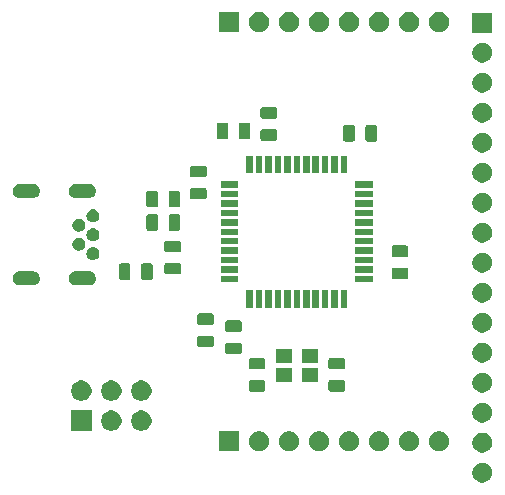
<source format=gts>
G04 #@! TF.GenerationSoftware,KiCad,Pcbnew,(5.1.5)-3*
G04 #@! TF.CreationDate,2020-09-01T22:55:03-05:00*
G04 #@! TF.ProjectId,PikateaTPM,50696b61-7465-4615-9450-4d2e6b696361,rev?*
G04 #@! TF.SameCoordinates,Original*
G04 #@! TF.FileFunction,Soldermask,Top*
G04 #@! TF.FilePolarity,Negative*
%FSLAX46Y46*%
G04 Gerber Fmt 4.6, Leading zero omitted, Abs format (unit mm)*
G04 Created by KiCad (PCBNEW (5.1.5)-3) date 2020-09-01 22:55:03*
%MOMM*%
%LPD*%
G04 APERTURE LIST*
%ADD10C,0.100000*%
G04 APERTURE END LIST*
D10*
G36*
X156447935Y-132082664D02*
G01*
X156602624Y-132146739D01*
X156602626Y-132146740D01*
X156741844Y-132239762D01*
X156860238Y-132358156D01*
X156953260Y-132497374D01*
X156953261Y-132497376D01*
X157017336Y-132652065D01*
X157050000Y-132816281D01*
X157050000Y-132983719D01*
X157017336Y-133147935D01*
X156953261Y-133302624D01*
X156953260Y-133302626D01*
X156860238Y-133441844D01*
X156741844Y-133560238D01*
X156602626Y-133653260D01*
X156602625Y-133653261D01*
X156602624Y-133653261D01*
X156447935Y-133717336D01*
X156283719Y-133750000D01*
X156116281Y-133750000D01*
X155952065Y-133717336D01*
X155797376Y-133653261D01*
X155797375Y-133653261D01*
X155797374Y-133653260D01*
X155658156Y-133560238D01*
X155539762Y-133441844D01*
X155446740Y-133302626D01*
X155446739Y-133302624D01*
X155382664Y-133147935D01*
X155350000Y-132983719D01*
X155350000Y-132816281D01*
X155382664Y-132652065D01*
X155446739Y-132497376D01*
X155446740Y-132497374D01*
X155539762Y-132358156D01*
X155658156Y-132239762D01*
X155797374Y-132146740D01*
X155797376Y-132146739D01*
X155952065Y-132082664D01*
X156116281Y-132050000D01*
X156283719Y-132050000D01*
X156447935Y-132082664D01*
G37*
G36*
X156447935Y-129542664D02*
G01*
X156561638Y-129589762D01*
X156602626Y-129606740D01*
X156741844Y-129699762D01*
X156860238Y-129818156D01*
X156953260Y-129957374D01*
X156953261Y-129957376D01*
X157017336Y-130112065D01*
X157050000Y-130276281D01*
X157050000Y-130443719D01*
X157017336Y-130607935D01*
X156998825Y-130652624D01*
X156953260Y-130762626D01*
X156860238Y-130901844D01*
X156741844Y-131020238D01*
X156602626Y-131113260D01*
X156602625Y-131113261D01*
X156602624Y-131113261D01*
X156447935Y-131177336D01*
X156283719Y-131210000D01*
X156116281Y-131210000D01*
X155952065Y-131177336D01*
X155797376Y-131113261D01*
X155797375Y-131113261D01*
X155797374Y-131113260D01*
X155658156Y-131020238D01*
X155539762Y-130901844D01*
X155446740Y-130762626D01*
X155401175Y-130652624D01*
X155382664Y-130607935D01*
X155350000Y-130443719D01*
X155350000Y-130276281D01*
X155382664Y-130112065D01*
X155446739Y-129957376D01*
X155446740Y-129957374D01*
X155539762Y-129818156D01*
X155658156Y-129699762D01*
X155797374Y-129606740D01*
X155838362Y-129589762D01*
X155952065Y-129542664D01*
X156116281Y-129510000D01*
X156283719Y-129510000D01*
X156447935Y-129542664D01*
G37*
G36*
X152777935Y-129432664D02*
G01*
X152932624Y-129496739D01*
X152932626Y-129496740D01*
X153071844Y-129589762D01*
X153190238Y-129708156D01*
X153263737Y-129818156D01*
X153283261Y-129847376D01*
X153347336Y-130002065D01*
X153380000Y-130166281D01*
X153380000Y-130333719D01*
X153347336Y-130497935D01*
X153283261Y-130652624D01*
X153283260Y-130652626D01*
X153190238Y-130791844D01*
X153071844Y-130910238D01*
X152932626Y-131003260D01*
X152932625Y-131003261D01*
X152932624Y-131003261D01*
X152777935Y-131067336D01*
X152613719Y-131100000D01*
X152446281Y-131100000D01*
X152282065Y-131067336D01*
X152127376Y-131003261D01*
X152127375Y-131003261D01*
X152127374Y-131003260D01*
X151988156Y-130910238D01*
X151869762Y-130791844D01*
X151776740Y-130652626D01*
X151776739Y-130652624D01*
X151712664Y-130497935D01*
X151680000Y-130333719D01*
X151680000Y-130166281D01*
X151712664Y-130002065D01*
X151776739Y-129847376D01*
X151796263Y-129818156D01*
X151869762Y-129708156D01*
X151988156Y-129589762D01*
X152127374Y-129496740D01*
X152127376Y-129496739D01*
X152282065Y-129432664D01*
X152446281Y-129400000D01*
X152613719Y-129400000D01*
X152777935Y-129432664D01*
G37*
G36*
X145157935Y-129432664D02*
G01*
X145312624Y-129496739D01*
X145312626Y-129496740D01*
X145451844Y-129589762D01*
X145570238Y-129708156D01*
X145643737Y-129818156D01*
X145663261Y-129847376D01*
X145727336Y-130002065D01*
X145760000Y-130166281D01*
X145760000Y-130333719D01*
X145727336Y-130497935D01*
X145663261Y-130652624D01*
X145663260Y-130652626D01*
X145570238Y-130791844D01*
X145451844Y-130910238D01*
X145312626Y-131003260D01*
X145312625Y-131003261D01*
X145312624Y-131003261D01*
X145157935Y-131067336D01*
X144993719Y-131100000D01*
X144826281Y-131100000D01*
X144662065Y-131067336D01*
X144507376Y-131003261D01*
X144507375Y-131003261D01*
X144507374Y-131003260D01*
X144368156Y-130910238D01*
X144249762Y-130791844D01*
X144156740Y-130652626D01*
X144156739Y-130652624D01*
X144092664Y-130497935D01*
X144060000Y-130333719D01*
X144060000Y-130166281D01*
X144092664Y-130002065D01*
X144156739Y-129847376D01*
X144176263Y-129818156D01*
X144249762Y-129708156D01*
X144368156Y-129589762D01*
X144507374Y-129496740D01*
X144507376Y-129496739D01*
X144662065Y-129432664D01*
X144826281Y-129400000D01*
X144993719Y-129400000D01*
X145157935Y-129432664D01*
G37*
G36*
X142617935Y-129432664D02*
G01*
X142772624Y-129496739D01*
X142772626Y-129496740D01*
X142911844Y-129589762D01*
X143030238Y-129708156D01*
X143103737Y-129818156D01*
X143123261Y-129847376D01*
X143187336Y-130002065D01*
X143220000Y-130166281D01*
X143220000Y-130333719D01*
X143187336Y-130497935D01*
X143123261Y-130652624D01*
X143123260Y-130652626D01*
X143030238Y-130791844D01*
X142911844Y-130910238D01*
X142772626Y-131003260D01*
X142772625Y-131003261D01*
X142772624Y-131003261D01*
X142617935Y-131067336D01*
X142453719Y-131100000D01*
X142286281Y-131100000D01*
X142122065Y-131067336D01*
X141967376Y-131003261D01*
X141967375Y-131003261D01*
X141967374Y-131003260D01*
X141828156Y-130910238D01*
X141709762Y-130791844D01*
X141616740Y-130652626D01*
X141616739Y-130652624D01*
X141552664Y-130497935D01*
X141520000Y-130333719D01*
X141520000Y-130166281D01*
X141552664Y-130002065D01*
X141616739Y-129847376D01*
X141636263Y-129818156D01*
X141709762Y-129708156D01*
X141828156Y-129589762D01*
X141967374Y-129496740D01*
X141967376Y-129496739D01*
X142122065Y-129432664D01*
X142286281Y-129400000D01*
X142453719Y-129400000D01*
X142617935Y-129432664D01*
G37*
G36*
X140077935Y-129432664D02*
G01*
X140232624Y-129496739D01*
X140232626Y-129496740D01*
X140371844Y-129589762D01*
X140490238Y-129708156D01*
X140563737Y-129818156D01*
X140583261Y-129847376D01*
X140647336Y-130002065D01*
X140680000Y-130166281D01*
X140680000Y-130333719D01*
X140647336Y-130497935D01*
X140583261Y-130652624D01*
X140583260Y-130652626D01*
X140490238Y-130791844D01*
X140371844Y-130910238D01*
X140232626Y-131003260D01*
X140232625Y-131003261D01*
X140232624Y-131003261D01*
X140077935Y-131067336D01*
X139913719Y-131100000D01*
X139746281Y-131100000D01*
X139582065Y-131067336D01*
X139427376Y-131003261D01*
X139427375Y-131003261D01*
X139427374Y-131003260D01*
X139288156Y-130910238D01*
X139169762Y-130791844D01*
X139076740Y-130652626D01*
X139076739Y-130652624D01*
X139012664Y-130497935D01*
X138980000Y-130333719D01*
X138980000Y-130166281D01*
X139012664Y-130002065D01*
X139076739Y-129847376D01*
X139096263Y-129818156D01*
X139169762Y-129708156D01*
X139288156Y-129589762D01*
X139427374Y-129496740D01*
X139427376Y-129496739D01*
X139582065Y-129432664D01*
X139746281Y-129400000D01*
X139913719Y-129400000D01*
X140077935Y-129432664D01*
G37*
G36*
X137537935Y-129432664D02*
G01*
X137692624Y-129496739D01*
X137692626Y-129496740D01*
X137831844Y-129589762D01*
X137950238Y-129708156D01*
X138023737Y-129818156D01*
X138043261Y-129847376D01*
X138107336Y-130002065D01*
X138140000Y-130166281D01*
X138140000Y-130333719D01*
X138107336Y-130497935D01*
X138043261Y-130652624D01*
X138043260Y-130652626D01*
X137950238Y-130791844D01*
X137831844Y-130910238D01*
X137692626Y-131003260D01*
X137692625Y-131003261D01*
X137692624Y-131003261D01*
X137537935Y-131067336D01*
X137373719Y-131100000D01*
X137206281Y-131100000D01*
X137042065Y-131067336D01*
X136887376Y-131003261D01*
X136887375Y-131003261D01*
X136887374Y-131003260D01*
X136748156Y-130910238D01*
X136629762Y-130791844D01*
X136536740Y-130652626D01*
X136536739Y-130652624D01*
X136472664Y-130497935D01*
X136440000Y-130333719D01*
X136440000Y-130166281D01*
X136472664Y-130002065D01*
X136536739Y-129847376D01*
X136556263Y-129818156D01*
X136629762Y-129708156D01*
X136748156Y-129589762D01*
X136887374Y-129496740D01*
X136887376Y-129496739D01*
X137042065Y-129432664D01*
X137206281Y-129400000D01*
X137373719Y-129400000D01*
X137537935Y-129432664D01*
G37*
G36*
X147697935Y-129432664D02*
G01*
X147852624Y-129496739D01*
X147852626Y-129496740D01*
X147991844Y-129589762D01*
X148110238Y-129708156D01*
X148183737Y-129818156D01*
X148203261Y-129847376D01*
X148267336Y-130002065D01*
X148300000Y-130166281D01*
X148300000Y-130333719D01*
X148267336Y-130497935D01*
X148203261Y-130652624D01*
X148203260Y-130652626D01*
X148110238Y-130791844D01*
X147991844Y-130910238D01*
X147852626Y-131003260D01*
X147852625Y-131003261D01*
X147852624Y-131003261D01*
X147697935Y-131067336D01*
X147533719Y-131100000D01*
X147366281Y-131100000D01*
X147202065Y-131067336D01*
X147047376Y-131003261D01*
X147047375Y-131003261D01*
X147047374Y-131003260D01*
X146908156Y-130910238D01*
X146789762Y-130791844D01*
X146696740Y-130652626D01*
X146696739Y-130652624D01*
X146632664Y-130497935D01*
X146600000Y-130333719D01*
X146600000Y-130166281D01*
X146632664Y-130002065D01*
X146696739Y-129847376D01*
X146716263Y-129818156D01*
X146789762Y-129708156D01*
X146908156Y-129589762D01*
X147047374Y-129496740D01*
X147047376Y-129496739D01*
X147202065Y-129432664D01*
X147366281Y-129400000D01*
X147533719Y-129400000D01*
X147697935Y-129432664D01*
G37*
G36*
X150237935Y-129432664D02*
G01*
X150392624Y-129496739D01*
X150392626Y-129496740D01*
X150531844Y-129589762D01*
X150650238Y-129708156D01*
X150723737Y-129818156D01*
X150743261Y-129847376D01*
X150807336Y-130002065D01*
X150840000Y-130166281D01*
X150840000Y-130333719D01*
X150807336Y-130497935D01*
X150743261Y-130652624D01*
X150743260Y-130652626D01*
X150650238Y-130791844D01*
X150531844Y-130910238D01*
X150392626Y-131003260D01*
X150392625Y-131003261D01*
X150392624Y-131003261D01*
X150237935Y-131067336D01*
X150073719Y-131100000D01*
X149906281Y-131100000D01*
X149742065Y-131067336D01*
X149587376Y-131003261D01*
X149587375Y-131003261D01*
X149587374Y-131003260D01*
X149448156Y-130910238D01*
X149329762Y-130791844D01*
X149236740Y-130652626D01*
X149236739Y-130652624D01*
X149172664Y-130497935D01*
X149140000Y-130333719D01*
X149140000Y-130166281D01*
X149172664Y-130002065D01*
X149236739Y-129847376D01*
X149256263Y-129818156D01*
X149329762Y-129708156D01*
X149448156Y-129589762D01*
X149587374Y-129496740D01*
X149587376Y-129496739D01*
X149742065Y-129432664D01*
X149906281Y-129400000D01*
X150073719Y-129400000D01*
X150237935Y-129432664D01*
G37*
G36*
X135600000Y-131100000D02*
G01*
X133900000Y-131100000D01*
X133900000Y-129400000D01*
X135600000Y-129400000D01*
X135600000Y-131100000D01*
G37*
G36*
X123113600Y-129363600D02*
G01*
X121386400Y-129363600D01*
X121386400Y-127636400D01*
X123113600Y-127636400D01*
X123113600Y-129363600D01*
G37*
G36*
X125041903Y-127669587D02*
G01*
X125199068Y-127734687D01*
X125340513Y-127829198D01*
X125460802Y-127949487D01*
X125555313Y-128090932D01*
X125620413Y-128248097D01*
X125653600Y-128414943D01*
X125653600Y-128585057D01*
X125620413Y-128751903D01*
X125555313Y-128909068D01*
X125460802Y-129050513D01*
X125340513Y-129170802D01*
X125199068Y-129265313D01*
X125041903Y-129330413D01*
X124875057Y-129363600D01*
X124704943Y-129363600D01*
X124538097Y-129330413D01*
X124380932Y-129265313D01*
X124239487Y-129170802D01*
X124119198Y-129050513D01*
X124024687Y-128909068D01*
X123959587Y-128751903D01*
X123926400Y-128585057D01*
X123926400Y-128414943D01*
X123959587Y-128248097D01*
X124024687Y-128090932D01*
X124119198Y-127949487D01*
X124239487Y-127829198D01*
X124380932Y-127734687D01*
X124538097Y-127669587D01*
X124704943Y-127636400D01*
X124875057Y-127636400D01*
X125041903Y-127669587D01*
G37*
G36*
X127581903Y-127669587D02*
G01*
X127739068Y-127734687D01*
X127880513Y-127829198D01*
X128000802Y-127949487D01*
X128095313Y-128090932D01*
X128160413Y-128248097D01*
X128193600Y-128414943D01*
X128193600Y-128585057D01*
X128160413Y-128751903D01*
X128095313Y-128909068D01*
X128000802Y-129050513D01*
X127880513Y-129170802D01*
X127739068Y-129265313D01*
X127581903Y-129330413D01*
X127415057Y-129363600D01*
X127244943Y-129363600D01*
X127078097Y-129330413D01*
X126920932Y-129265313D01*
X126779487Y-129170802D01*
X126659198Y-129050513D01*
X126564687Y-128909068D01*
X126499587Y-128751903D01*
X126466400Y-128585057D01*
X126466400Y-128414943D01*
X126499587Y-128248097D01*
X126564687Y-128090932D01*
X126659198Y-127949487D01*
X126779487Y-127829198D01*
X126920932Y-127734687D01*
X127078097Y-127669587D01*
X127244943Y-127636400D01*
X127415057Y-127636400D01*
X127581903Y-127669587D01*
G37*
G36*
X156447935Y-127002664D02*
G01*
X156602624Y-127066739D01*
X156602626Y-127066740D01*
X156741844Y-127159762D01*
X156860238Y-127278156D01*
X156953260Y-127417374D01*
X156953261Y-127417376D01*
X157017336Y-127572065D01*
X157050000Y-127736281D01*
X157050000Y-127903719D01*
X157017336Y-128067935D01*
X156953261Y-128222624D01*
X156953260Y-128222626D01*
X156860238Y-128361844D01*
X156741844Y-128480238D01*
X156602626Y-128573260D01*
X156602625Y-128573261D01*
X156602624Y-128573261D01*
X156447935Y-128637336D01*
X156283719Y-128670000D01*
X156116281Y-128670000D01*
X155952065Y-128637336D01*
X155797376Y-128573261D01*
X155797375Y-128573261D01*
X155797374Y-128573260D01*
X155658156Y-128480238D01*
X155539762Y-128361844D01*
X155446740Y-128222626D01*
X155446739Y-128222624D01*
X155382664Y-128067935D01*
X155350000Y-127903719D01*
X155350000Y-127736281D01*
X155382664Y-127572065D01*
X155446739Y-127417376D01*
X155446740Y-127417374D01*
X155539762Y-127278156D01*
X155658156Y-127159762D01*
X155797374Y-127066740D01*
X155797376Y-127066739D01*
X155952065Y-127002664D01*
X156116281Y-126970000D01*
X156283719Y-126970000D01*
X156447935Y-127002664D01*
G37*
G36*
X125041903Y-125129587D02*
G01*
X125199068Y-125194687D01*
X125340513Y-125289198D01*
X125460802Y-125409487D01*
X125555313Y-125550932D01*
X125620413Y-125708097D01*
X125653600Y-125874943D01*
X125653600Y-126045057D01*
X125620413Y-126211903D01*
X125555313Y-126369068D01*
X125460802Y-126510513D01*
X125340513Y-126630802D01*
X125199068Y-126725313D01*
X125041903Y-126790413D01*
X124875057Y-126823600D01*
X124704943Y-126823600D01*
X124538097Y-126790413D01*
X124380932Y-126725313D01*
X124239487Y-126630802D01*
X124119198Y-126510513D01*
X124024687Y-126369068D01*
X123959587Y-126211903D01*
X123926400Y-126045057D01*
X123926400Y-125874943D01*
X123959587Y-125708097D01*
X124024687Y-125550932D01*
X124119198Y-125409487D01*
X124239487Y-125289198D01*
X124380932Y-125194687D01*
X124538097Y-125129587D01*
X124704943Y-125096400D01*
X124875057Y-125096400D01*
X125041903Y-125129587D01*
G37*
G36*
X127581903Y-125129587D02*
G01*
X127739068Y-125194687D01*
X127880513Y-125289198D01*
X128000802Y-125409487D01*
X128095313Y-125550932D01*
X128160413Y-125708097D01*
X128193600Y-125874943D01*
X128193600Y-126045057D01*
X128160413Y-126211903D01*
X128095313Y-126369068D01*
X128000802Y-126510513D01*
X127880513Y-126630802D01*
X127739068Y-126725313D01*
X127581903Y-126790413D01*
X127415057Y-126823600D01*
X127244943Y-126823600D01*
X127078097Y-126790413D01*
X126920932Y-126725313D01*
X126779487Y-126630802D01*
X126659198Y-126510513D01*
X126564687Y-126369068D01*
X126499587Y-126211903D01*
X126466400Y-126045057D01*
X126466400Y-125874943D01*
X126499587Y-125708097D01*
X126564687Y-125550932D01*
X126659198Y-125409487D01*
X126779487Y-125289198D01*
X126920932Y-125194687D01*
X127078097Y-125129587D01*
X127244943Y-125096400D01*
X127415057Y-125096400D01*
X127581903Y-125129587D01*
G37*
G36*
X122501903Y-125129587D02*
G01*
X122659068Y-125194687D01*
X122800513Y-125289198D01*
X122920802Y-125409487D01*
X123015313Y-125550932D01*
X123080413Y-125708097D01*
X123113600Y-125874943D01*
X123113600Y-126045057D01*
X123080413Y-126211903D01*
X123015313Y-126369068D01*
X122920802Y-126510513D01*
X122800513Y-126630802D01*
X122659068Y-126725313D01*
X122501903Y-126790413D01*
X122335057Y-126823600D01*
X122164943Y-126823600D01*
X121998097Y-126790413D01*
X121840932Y-126725313D01*
X121699487Y-126630802D01*
X121579198Y-126510513D01*
X121484687Y-126369068D01*
X121419587Y-126211903D01*
X121386400Y-126045057D01*
X121386400Y-125874943D01*
X121419587Y-125708097D01*
X121484687Y-125550932D01*
X121579198Y-125409487D01*
X121699487Y-125289198D01*
X121840932Y-125194687D01*
X121998097Y-125129587D01*
X122164943Y-125096400D01*
X122335057Y-125096400D01*
X122501903Y-125129587D01*
G37*
G36*
X156447935Y-124462664D02*
G01*
X156602624Y-124526739D01*
X156602626Y-124526740D01*
X156741844Y-124619762D01*
X156860238Y-124738156D01*
X156953260Y-124877374D01*
X156953261Y-124877376D01*
X157017336Y-125032065D01*
X157050000Y-125196281D01*
X157050000Y-125363719D01*
X157017336Y-125527935D01*
X156953261Y-125682624D01*
X156953260Y-125682626D01*
X156860238Y-125821844D01*
X156741844Y-125940238D01*
X156602626Y-126033260D01*
X156602625Y-126033261D01*
X156602624Y-126033261D01*
X156447935Y-126097336D01*
X156283719Y-126130000D01*
X156116281Y-126130000D01*
X155952065Y-126097336D01*
X155797376Y-126033261D01*
X155797375Y-126033261D01*
X155797374Y-126033260D01*
X155658156Y-125940238D01*
X155539762Y-125821844D01*
X155446740Y-125682626D01*
X155446739Y-125682624D01*
X155382664Y-125527935D01*
X155350000Y-125363719D01*
X155350000Y-125196281D01*
X155382664Y-125032065D01*
X155446739Y-124877376D01*
X155446740Y-124877374D01*
X155539762Y-124738156D01*
X155658156Y-124619762D01*
X155797374Y-124526740D01*
X155797376Y-124526739D01*
X155952065Y-124462664D01*
X156116281Y-124430000D01*
X156283719Y-124430000D01*
X156447935Y-124462664D01*
G37*
G36*
X144421541Y-125073139D02*
G01*
X144455429Y-125083419D01*
X144486662Y-125100114D01*
X144514036Y-125122578D01*
X144536500Y-125149952D01*
X144553195Y-125181185D01*
X144563475Y-125215073D01*
X144567550Y-125256452D01*
X144567550Y-125856676D01*
X144563475Y-125898055D01*
X144553195Y-125931943D01*
X144536500Y-125963176D01*
X144514036Y-125990550D01*
X144486662Y-126013014D01*
X144455429Y-126029709D01*
X144421541Y-126039989D01*
X144380162Y-126044064D01*
X143354938Y-126044064D01*
X143313559Y-126039989D01*
X143279671Y-126029709D01*
X143248438Y-126013014D01*
X143221064Y-125990550D01*
X143198600Y-125963176D01*
X143181905Y-125931943D01*
X143171625Y-125898055D01*
X143167550Y-125856676D01*
X143167550Y-125256452D01*
X143171625Y-125215073D01*
X143181905Y-125181185D01*
X143198600Y-125149952D01*
X143221064Y-125122578D01*
X143248438Y-125100114D01*
X143279671Y-125083419D01*
X143313559Y-125073139D01*
X143354938Y-125069064D01*
X144380162Y-125069064D01*
X144421541Y-125073139D01*
G37*
G36*
X137674649Y-125073139D02*
G01*
X137708537Y-125083419D01*
X137739770Y-125100114D01*
X137767144Y-125122578D01*
X137789608Y-125149952D01*
X137806303Y-125181185D01*
X137816583Y-125215073D01*
X137820658Y-125256452D01*
X137820658Y-125856676D01*
X137816583Y-125898055D01*
X137806303Y-125931943D01*
X137789608Y-125963176D01*
X137767144Y-125990550D01*
X137739770Y-126013014D01*
X137708537Y-126029709D01*
X137674649Y-126039989D01*
X137633270Y-126044064D01*
X136608046Y-126044064D01*
X136566667Y-126039989D01*
X136532779Y-126029709D01*
X136501546Y-126013014D01*
X136474172Y-125990550D01*
X136451708Y-125963176D01*
X136435013Y-125931943D01*
X136424733Y-125898055D01*
X136420658Y-125856676D01*
X136420658Y-125256452D01*
X136424733Y-125215073D01*
X136435013Y-125181185D01*
X136451708Y-125149952D01*
X136474172Y-125122578D01*
X136501546Y-125100114D01*
X136532779Y-125083419D01*
X136566667Y-125073139D01*
X136608046Y-125069064D01*
X137633270Y-125069064D01*
X137674649Y-125073139D01*
G37*
G36*
X140093868Y-125225104D02*
G01*
X138693868Y-125225104D01*
X138693868Y-124025104D01*
X140093868Y-124025104D01*
X140093868Y-125225104D01*
G37*
G36*
X142293868Y-125225104D02*
G01*
X140893868Y-125225104D01*
X140893868Y-124025104D01*
X142293868Y-124025104D01*
X142293868Y-125225104D01*
G37*
G36*
X144421541Y-123198139D02*
G01*
X144455429Y-123208419D01*
X144486662Y-123225114D01*
X144514036Y-123247578D01*
X144536500Y-123274952D01*
X144553195Y-123306185D01*
X144563475Y-123340073D01*
X144567550Y-123381452D01*
X144567550Y-123981676D01*
X144563475Y-124023055D01*
X144553195Y-124056943D01*
X144536500Y-124088176D01*
X144514036Y-124115550D01*
X144486662Y-124138014D01*
X144455429Y-124154709D01*
X144421541Y-124164989D01*
X144380162Y-124169064D01*
X143354938Y-124169064D01*
X143313559Y-124164989D01*
X143279671Y-124154709D01*
X143248438Y-124138014D01*
X143221064Y-124115550D01*
X143198600Y-124088176D01*
X143181905Y-124056943D01*
X143171625Y-124023055D01*
X143167550Y-123981676D01*
X143167550Y-123381452D01*
X143171625Y-123340073D01*
X143181905Y-123306185D01*
X143198600Y-123274952D01*
X143221064Y-123247578D01*
X143248438Y-123225114D01*
X143279671Y-123208419D01*
X143313559Y-123198139D01*
X143354938Y-123194064D01*
X144380162Y-123194064D01*
X144421541Y-123198139D01*
G37*
G36*
X137674649Y-123198139D02*
G01*
X137708537Y-123208419D01*
X137739770Y-123225114D01*
X137767144Y-123247578D01*
X137789608Y-123274952D01*
X137806303Y-123306185D01*
X137816583Y-123340073D01*
X137820658Y-123381452D01*
X137820658Y-123981676D01*
X137816583Y-124023055D01*
X137806303Y-124056943D01*
X137789608Y-124088176D01*
X137767144Y-124115550D01*
X137739770Y-124138014D01*
X137708537Y-124154709D01*
X137674649Y-124164989D01*
X137633270Y-124169064D01*
X136608046Y-124169064D01*
X136566667Y-124164989D01*
X136532779Y-124154709D01*
X136501546Y-124138014D01*
X136474172Y-124115550D01*
X136451708Y-124088176D01*
X136435013Y-124056943D01*
X136424733Y-124023055D01*
X136420658Y-123981676D01*
X136420658Y-123381452D01*
X136424733Y-123340073D01*
X136435013Y-123306185D01*
X136451708Y-123274952D01*
X136474172Y-123247578D01*
X136501546Y-123225114D01*
X136532779Y-123208419D01*
X136566667Y-123198139D01*
X136608046Y-123194064D01*
X137633270Y-123194064D01*
X137674649Y-123198139D01*
G37*
G36*
X140093868Y-123625104D02*
G01*
X138693868Y-123625104D01*
X138693868Y-122425104D01*
X140093868Y-122425104D01*
X140093868Y-123625104D01*
G37*
G36*
X142293868Y-123625104D02*
G01*
X140893868Y-123625104D01*
X140893868Y-122425104D01*
X142293868Y-122425104D01*
X142293868Y-123625104D01*
G37*
G36*
X156447935Y-121922664D02*
G01*
X156550733Y-121965245D01*
X156602626Y-121986740D01*
X156741844Y-122079762D01*
X156860238Y-122198156D01*
X156953260Y-122337374D01*
X156953261Y-122337376D01*
X157017336Y-122492065D01*
X157050000Y-122656281D01*
X157050000Y-122823719D01*
X157017336Y-122987935D01*
X156953261Y-123142624D01*
X156953260Y-123142626D01*
X156860238Y-123281844D01*
X156741844Y-123400238D01*
X156602626Y-123493260D01*
X156602625Y-123493261D01*
X156602624Y-123493261D01*
X156447935Y-123557336D01*
X156283719Y-123590000D01*
X156116281Y-123590000D01*
X155952065Y-123557336D01*
X155797376Y-123493261D01*
X155797375Y-123493261D01*
X155797374Y-123493260D01*
X155658156Y-123400238D01*
X155539762Y-123281844D01*
X155446740Y-123142626D01*
X155446739Y-123142624D01*
X155382664Y-122987935D01*
X155350000Y-122823719D01*
X155350000Y-122656281D01*
X155382664Y-122492065D01*
X155446739Y-122337376D01*
X155446740Y-122337374D01*
X155539762Y-122198156D01*
X155658156Y-122079762D01*
X155797374Y-121986740D01*
X155849267Y-121965245D01*
X155952065Y-121922664D01*
X156116281Y-121890000D01*
X156283719Y-121890000D01*
X156447935Y-121922664D01*
G37*
G36*
X135690042Y-121897927D02*
G01*
X135723930Y-121908207D01*
X135755163Y-121924902D01*
X135782537Y-121947366D01*
X135805001Y-121974740D01*
X135821696Y-122005973D01*
X135831976Y-122039861D01*
X135836051Y-122081240D01*
X135836051Y-122681464D01*
X135831976Y-122722843D01*
X135821696Y-122756731D01*
X135805001Y-122787964D01*
X135782537Y-122815338D01*
X135755163Y-122837802D01*
X135723930Y-122854497D01*
X135690042Y-122864777D01*
X135648663Y-122868852D01*
X134623439Y-122868852D01*
X134582060Y-122864777D01*
X134548172Y-122854497D01*
X134516939Y-122837802D01*
X134489565Y-122815338D01*
X134467101Y-122787964D01*
X134450406Y-122756731D01*
X134440126Y-122722843D01*
X134436051Y-122681464D01*
X134436051Y-122081240D01*
X134440126Y-122039861D01*
X134450406Y-122005973D01*
X134467101Y-121974740D01*
X134489565Y-121947366D01*
X134516939Y-121924902D01*
X134548172Y-121908207D01*
X134582060Y-121897927D01*
X134623439Y-121893852D01*
X135648663Y-121893852D01*
X135690042Y-121897927D01*
G37*
G36*
X133309013Y-121302817D02*
G01*
X133342901Y-121313097D01*
X133374134Y-121329792D01*
X133401508Y-121352256D01*
X133423972Y-121379630D01*
X133440667Y-121410863D01*
X133450947Y-121444751D01*
X133455022Y-121486130D01*
X133455022Y-122086354D01*
X133450947Y-122127733D01*
X133440667Y-122161621D01*
X133423972Y-122192854D01*
X133401508Y-122220228D01*
X133374134Y-122242692D01*
X133342901Y-122259387D01*
X133309013Y-122269667D01*
X133267634Y-122273742D01*
X132242410Y-122273742D01*
X132201031Y-122269667D01*
X132167143Y-122259387D01*
X132135910Y-122242692D01*
X132108536Y-122220228D01*
X132086072Y-122192854D01*
X132069377Y-122161621D01*
X132059097Y-122127733D01*
X132055022Y-122086354D01*
X132055022Y-121486130D01*
X132059097Y-121444751D01*
X132069377Y-121410863D01*
X132086072Y-121379630D01*
X132108536Y-121352256D01*
X132135910Y-121329792D01*
X132167143Y-121313097D01*
X132201031Y-121302817D01*
X132242410Y-121298742D01*
X133267634Y-121298742D01*
X133309013Y-121302817D01*
G37*
G36*
X156447935Y-119382664D02*
G01*
X156602624Y-119446739D01*
X156602626Y-119446740D01*
X156741844Y-119539762D01*
X156860238Y-119658156D01*
X156953260Y-119797374D01*
X156953261Y-119797376D01*
X157017336Y-119952065D01*
X157050000Y-120116281D01*
X157050000Y-120283719D01*
X157017336Y-120447935D01*
X156953261Y-120602624D01*
X156953260Y-120602626D01*
X156860238Y-120741844D01*
X156741844Y-120860238D01*
X156602626Y-120953260D01*
X156602625Y-120953261D01*
X156602624Y-120953261D01*
X156447935Y-121017336D01*
X156283719Y-121050000D01*
X156116281Y-121050000D01*
X155952065Y-121017336D01*
X155797376Y-120953261D01*
X155797375Y-120953261D01*
X155797374Y-120953260D01*
X155658156Y-120860238D01*
X155539762Y-120741844D01*
X155446740Y-120602626D01*
X155446739Y-120602624D01*
X155382664Y-120447935D01*
X155350000Y-120283719D01*
X155350000Y-120116281D01*
X155382664Y-119952065D01*
X155446739Y-119797376D01*
X155446740Y-119797374D01*
X155539762Y-119658156D01*
X155658156Y-119539762D01*
X155797374Y-119446740D01*
X155797376Y-119446739D01*
X155952065Y-119382664D01*
X156116281Y-119350000D01*
X156283719Y-119350000D01*
X156447935Y-119382664D01*
G37*
G36*
X135690042Y-120022927D02*
G01*
X135723930Y-120033207D01*
X135755163Y-120049902D01*
X135782537Y-120072366D01*
X135805001Y-120099740D01*
X135821696Y-120130973D01*
X135831976Y-120164861D01*
X135836051Y-120206240D01*
X135836051Y-120806464D01*
X135831976Y-120847843D01*
X135821696Y-120881731D01*
X135805001Y-120912964D01*
X135782537Y-120940338D01*
X135755163Y-120962802D01*
X135723930Y-120979497D01*
X135690042Y-120989777D01*
X135648663Y-120993852D01*
X134623439Y-120993852D01*
X134582060Y-120989777D01*
X134548172Y-120979497D01*
X134516939Y-120962802D01*
X134489565Y-120940338D01*
X134467101Y-120912964D01*
X134450406Y-120881731D01*
X134440126Y-120847843D01*
X134436051Y-120806464D01*
X134436051Y-120206240D01*
X134440126Y-120164861D01*
X134450406Y-120130973D01*
X134467101Y-120099740D01*
X134489565Y-120072366D01*
X134516939Y-120049902D01*
X134548172Y-120033207D01*
X134582060Y-120022927D01*
X134623439Y-120018852D01*
X135648663Y-120018852D01*
X135690042Y-120022927D01*
G37*
G36*
X133309013Y-119427817D02*
G01*
X133342901Y-119438097D01*
X133374134Y-119454792D01*
X133401508Y-119477256D01*
X133423972Y-119504630D01*
X133440667Y-119535863D01*
X133450947Y-119569751D01*
X133455022Y-119611130D01*
X133455022Y-120211354D01*
X133450947Y-120252733D01*
X133440667Y-120286621D01*
X133423972Y-120317854D01*
X133401508Y-120345228D01*
X133374134Y-120367692D01*
X133342901Y-120384387D01*
X133309013Y-120394667D01*
X133267634Y-120398742D01*
X132242410Y-120398742D01*
X132201031Y-120394667D01*
X132167143Y-120384387D01*
X132135910Y-120367692D01*
X132108536Y-120345228D01*
X132086072Y-120317854D01*
X132069377Y-120286621D01*
X132059097Y-120252733D01*
X132055022Y-120211354D01*
X132055022Y-119611130D01*
X132059097Y-119569751D01*
X132069377Y-119535863D01*
X132086072Y-119504630D01*
X132108536Y-119477256D01*
X132135910Y-119454792D01*
X132167143Y-119438097D01*
X132201031Y-119427817D01*
X132242410Y-119423742D01*
X133267634Y-119423742D01*
X133309013Y-119427817D01*
G37*
G36*
X137568868Y-118964157D02*
G01*
X137018868Y-118964157D01*
X137018868Y-117464157D01*
X137568868Y-117464157D01*
X137568868Y-118964157D01*
G37*
G36*
X144768868Y-118964157D02*
G01*
X144218868Y-118964157D01*
X144218868Y-117464157D01*
X144768868Y-117464157D01*
X144768868Y-118964157D01*
G37*
G36*
X143968868Y-118964157D02*
G01*
X143418868Y-118964157D01*
X143418868Y-117464157D01*
X143968868Y-117464157D01*
X143968868Y-118964157D01*
G37*
G36*
X143168868Y-118964157D02*
G01*
X142618868Y-118964157D01*
X142618868Y-117464157D01*
X143168868Y-117464157D01*
X143168868Y-118964157D01*
G37*
G36*
X141568868Y-118964157D02*
G01*
X141018868Y-118964157D01*
X141018868Y-117464157D01*
X141568868Y-117464157D01*
X141568868Y-118964157D01*
G37*
G36*
X140768868Y-118964157D02*
G01*
X140218868Y-118964157D01*
X140218868Y-117464157D01*
X140768868Y-117464157D01*
X140768868Y-118964157D01*
G37*
G36*
X139968868Y-118964157D02*
G01*
X139418868Y-118964157D01*
X139418868Y-117464157D01*
X139968868Y-117464157D01*
X139968868Y-118964157D01*
G37*
G36*
X139168868Y-118964157D02*
G01*
X138618868Y-118964157D01*
X138618868Y-117464157D01*
X139168868Y-117464157D01*
X139168868Y-118964157D01*
G37*
G36*
X138368868Y-118964157D02*
G01*
X137818868Y-118964157D01*
X137818868Y-117464157D01*
X138368868Y-117464157D01*
X138368868Y-118964157D01*
G37*
G36*
X136768868Y-118964157D02*
G01*
X136218868Y-118964157D01*
X136218868Y-117464157D01*
X136768868Y-117464157D01*
X136768868Y-118964157D01*
G37*
G36*
X142368868Y-118964157D02*
G01*
X141818868Y-118964157D01*
X141818868Y-117464157D01*
X142368868Y-117464157D01*
X142368868Y-118964157D01*
G37*
G36*
X156447935Y-116842664D02*
G01*
X156602624Y-116906739D01*
X156602626Y-116906740D01*
X156741844Y-116999762D01*
X156860238Y-117118156D01*
X156953260Y-117257374D01*
X156953261Y-117257376D01*
X157017336Y-117412065D01*
X157050000Y-117576281D01*
X157050000Y-117743719D01*
X157017336Y-117907935D01*
X156953261Y-118062624D01*
X156953260Y-118062626D01*
X156860238Y-118201844D01*
X156741844Y-118320238D01*
X156602626Y-118413260D01*
X156602625Y-118413261D01*
X156602624Y-118413261D01*
X156447935Y-118477336D01*
X156283719Y-118510000D01*
X156116281Y-118510000D01*
X155952065Y-118477336D01*
X155797376Y-118413261D01*
X155797375Y-118413261D01*
X155797374Y-118413260D01*
X155658156Y-118320238D01*
X155539762Y-118201844D01*
X155446740Y-118062626D01*
X155446739Y-118062624D01*
X155382664Y-117907935D01*
X155350000Y-117743719D01*
X155350000Y-117576281D01*
X155382664Y-117412065D01*
X155446739Y-117257376D01*
X155446740Y-117257374D01*
X155539762Y-117118156D01*
X155658156Y-116999762D01*
X155797374Y-116906740D01*
X155797376Y-116906739D01*
X155952065Y-116842664D01*
X156116281Y-116810000D01*
X156283719Y-116810000D01*
X156447935Y-116842664D01*
G37*
G36*
X118252099Y-115858682D02*
G01*
X118365199Y-115892990D01*
X118469433Y-115948704D01*
X118560795Y-116023683D01*
X118635774Y-116115045D01*
X118691488Y-116219279D01*
X118725796Y-116332379D01*
X118737381Y-116450000D01*
X118725796Y-116567621D01*
X118691488Y-116680721D01*
X118635774Y-116784955D01*
X118560795Y-116876317D01*
X118469433Y-116951296D01*
X118365199Y-117007010D01*
X118252099Y-117041318D01*
X118163952Y-117050000D01*
X117005004Y-117050000D01*
X116916857Y-117041318D01*
X116803757Y-117007010D01*
X116699523Y-116951296D01*
X116608161Y-116876317D01*
X116533182Y-116784955D01*
X116477468Y-116680721D01*
X116443160Y-116567621D01*
X116431575Y-116450000D01*
X116443160Y-116332379D01*
X116477468Y-116219279D01*
X116533182Y-116115045D01*
X116608161Y-116023683D01*
X116699523Y-115948704D01*
X116803757Y-115892990D01*
X116916857Y-115858682D01*
X117005004Y-115850000D01*
X118163952Y-115850000D01*
X118252099Y-115858682D01*
G37*
G36*
X123002099Y-115858682D02*
G01*
X123115199Y-115892990D01*
X123219433Y-115948704D01*
X123310795Y-116023683D01*
X123385774Y-116115045D01*
X123441488Y-116219279D01*
X123475796Y-116332379D01*
X123487381Y-116450000D01*
X123475796Y-116567621D01*
X123441488Y-116680721D01*
X123385774Y-116784955D01*
X123310795Y-116876317D01*
X123219433Y-116951296D01*
X123115199Y-117007010D01*
X123002099Y-117041318D01*
X122913952Y-117050000D01*
X121755004Y-117050000D01*
X121666857Y-117041318D01*
X121553757Y-117007010D01*
X121449523Y-116951296D01*
X121358161Y-116876317D01*
X121283182Y-116784955D01*
X121227468Y-116680721D01*
X121193160Y-116567621D01*
X121181575Y-116450000D01*
X121193160Y-116332379D01*
X121227468Y-116219279D01*
X121283182Y-116115045D01*
X121358161Y-116023683D01*
X121449523Y-115948704D01*
X121553757Y-115892990D01*
X121666857Y-115858682D01*
X121755004Y-115850000D01*
X122913952Y-115850000D01*
X123002099Y-115858682D01*
G37*
G36*
X135543868Y-116789157D02*
G01*
X134043868Y-116789157D01*
X134043868Y-116239157D01*
X135543868Y-116239157D01*
X135543868Y-116789157D01*
G37*
G36*
X146943868Y-116789157D02*
G01*
X145443868Y-116789157D01*
X145443868Y-116239157D01*
X146943868Y-116239157D01*
X146943868Y-116789157D01*
G37*
G36*
X126260563Y-115191867D02*
G01*
X126294451Y-115202147D01*
X126325684Y-115218842D01*
X126353058Y-115241306D01*
X126375522Y-115268680D01*
X126392217Y-115299913D01*
X126402497Y-115333801D01*
X126406572Y-115375180D01*
X126406572Y-116400404D01*
X126402497Y-116441783D01*
X126392217Y-116475671D01*
X126375522Y-116506904D01*
X126353058Y-116534278D01*
X126325684Y-116556742D01*
X126294451Y-116573437D01*
X126260563Y-116583717D01*
X126219184Y-116587792D01*
X125618960Y-116587792D01*
X125577581Y-116583717D01*
X125543693Y-116573437D01*
X125512460Y-116556742D01*
X125485086Y-116534278D01*
X125462622Y-116506904D01*
X125445927Y-116475671D01*
X125435647Y-116441783D01*
X125431572Y-116400404D01*
X125431572Y-115375180D01*
X125435647Y-115333801D01*
X125445927Y-115299913D01*
X125462622Y-115268680D01*
X125485086Y-115241306D01*
X125512460Y-115218842D01*
X125543693Y-115202147D01*
X125577581Y-115191867D01*
X125618960Y-115187792D01*
X126219184Y-115187792D01*
X126260563Y-115191867D01*
G37*
G36*
X128135563Y-115191867D02*
G01*
X128169451Y-115202147D01*
X128200684Y-115218842D01*
X128228058Y-115241306D01*
X128250522Y-115268680D01*
X128267217Y-115299913D01*
X128277497Y-115333801D01*
X128281572Y-115375180D01*
X128281572Y-116400404D01*
X128277497Y-116441783D01*
X128267217Y-116475671D01*
X128250522Y-116506904D01*
X128228058Y-116534278D01*
X128200684Y-116556742D01*
X128169451Y-116573437D01*
X128135563Y-116583717D01*
X128094184Y-116587792D01*
X127493960Y-116587792D01*
X127452581Y-116583717D01*
X127418693Y-116573437D01*
X127387460Y-116556742D01*
X127360086Y-116534278D01*
X127337622Y-116506904D01*
X127320927Y-116475671D01*
X127310647Y-116441783D01*
X127306572Y-116400404D01*
X127306572Y-115375180D01*
X127310647Y-115333801D01*
X127320927Y-115299913D01*
X127337622Y-115268680D01*
X127360086Y-115241306D01*
X127387460Y-115218842D01*
X127418693Y-115202147D01*
X127452581Y-115191867D01*
X127493960Y-115187792D01*
X128094184Y-115187792D01*
X128135563Y-115191867D01*
G37*
G36*
X149779367Y-115548115D02*
G01*
X149813255Y-115558395D01*
X149844488Y-115575090D01*
X149871862Y-115597554D01*
X149894326Y-115624928D01*
X149911021Y-115656161D01*
X149921301Y-115690049D01*
X149925376Y-115731428D01*
X149925376Y-116331652D01*
X149921301Y-116373031D01*
X149911021Y-116406919D01*
X149894326Y-116438152D01*
X149871862Y-116465526D01*
X149844488Y-116487990D01*
X149813255Y-116504685D01*
X149779367Y-116514965D01*
X149737988Y-116519040D01*
X148712764Y-116519040D01*
X148671385Y-116514965D01*
X148637497Y-116504685D01*
X148606264Y-116487990D01*
X148578890Y-116465526D01*
X148556426Y-116438152D01*
X148539731Y-116406919D01*
X148529451Y-116373031D01*
X148525376Y-116331652D01*
X148525376Y-115731428D01*
X148529451Y-115690049D01*
X148539731Y-115656161D01*
X148556426Y-115624928D01*
X148578890Y-115597554D01*
X148606264Y-115575090D01*
X148637497Y-115558395D01*
X148671385Y-115548115D01*
X148712764Y-115544040D01*
X149737988Y-115544040D01*
X149779367Y-115548115D01*
G37*
G36*
X130530881Y-115151239D02*
G01*
X130564769Y-115161519D01*
X130596002Y-115178214D01*
X130623376Y-115200678D01*
X130645840Y-115228052D01*
X130662535Y-115259285D01*
X130672815Y-115293173D01*
X130676890Y-115334552D01*
X130676890Y-115934776D01*
X130672815Y-115976155D01*
X130662535Y-116010043D01*
X130645840Y-116041276D01*
X130623376Y-116068650D01*
X130596002Y-116091114D01*
X130564769Y-116107809D01*
X130530881Y-116118089D01*
X130489502Y-116122164D01*
X129464278Y-116122164D01*
X129422899Y-116118089D01*
X129389011Y-116107809D01*
X129357778Y-116091114D01*
X129330404Y-116068650D01*
X129307940Y-116041276D01*
X129291245Y-116010043D01*
X129280965Y-115976155D01*
X129276890Y-115934776D01*
X129276890Y-115334552D01*
X129280965Y-115293173D01*
X129291245Y-115259285D01*
X129307940Y-115228052D01*
X129330404Y-115200678D01*
X129357778Y-115178214D01*
X129389011Y-115161519D01*
X129422899Y-115151239D01*
X129464278Y-115147164D01*
X130489502Y-115147164D01*
X130530881Y-115151239D01*
G37*
G36*
X135543868Y-115989157D02*
G01*
X134043868Y-115989157D01*
X134043868Y-115439157D01*
X135543868Y-115439157D01*
X135543868Y-115989157D01*
G37*
G36*
X146943868Y-115989157D02*
G01*
X145443868Y-115989157D01*
X145443868Y-115439157D01*
X146943868Y-115439157D01*
X146943868Y-115989157D01*
G37*
G36*
X156447935Y-114302664D02*
G01*
X156602624Y-114366739D01*
X156602626Y-114366740D01*
X156741844Y-114459762D01*
X156860238Y-114578156D01*
X156953260Y-114717374D01*
X156953261Y-114717376D01*
X157017336Y-114872065D01*
X157050000Y-115036281D01*
X157050000Y-115203719D01*
X157017336Y-115367935D01*
X156953261Y-115522624D01*
X156953260Y-115522626D01*
X156860238Y-115661844D01*
X156741844Y-115780238D01*
X156602626Y-115873260D01*
X156602625Y-115873261D01*
X156602624Y-115873261D01*
X156447935Y-115937336D01*
X156283719Y-115970000D01*
X156116281Y-115970000D01*
X155952065Y-115937336D01*
X155797376Y-115873261D01*
X155797375Y-115873261D01*
X155797374Y-115873260D01*
X155658156Y-115780238D01*
X155539762Y-115661844D01*
X155446740Y-115522626D01*
X155446739Y-115522624D01*
X155382664Y-115367935D01*
X155350000Y-115203719D01*
X155350000Y-115036281D01*
X155382664Y-114872065D01*
X155446739Y-114717376D01*
X155446740Y-114717374D01*
X155539762Y-114578156D01*
X155658156Y-114459762D01*
X155797374Y-114366740D01*
X155797376Y-114366739D01*
X155952065Y-114302664D01*
X156116281Y-114270000D01*
X156283719Y-114270000D01*
X156447935Y-114302664D01*
G37*
G36*
X135543868Y-115189157D02*
G01*
X134043868Y-115189157D01*
X134043868Y-114639157D01*
X135543868Y-114639157D01*
X135543868Y-115189157D01*
G37*
G36*
X146943868Y-115189157D02*
G01*
X145443868Y-115189157D01*
X145443868Y-114639157D01*
X146943868Y-114639157D01*
X146943868Y-115189157D01*
G37*
G36*
X123359487Y-113814091D02*
G01*
X123394907Y-113821136D01*
X123438413Y-113839157D01*
X123495002Y-113862597D01*
X123585080Y-113922785D01*
X123661693Y-113999398D01*
X123721881Y-114089476D01*
X123740755Y-114135043D01*
X123757626Y-114175771D01*
X123763342Y-114189572D01*
X123784478Y-114295828D01*
X123784478Y-114404172D01*
X123763342Y-114510428D01*
X123721881Y-114610524D01*
X123661693Y-114700602D01*
X123585080Y-114777215D01*
X123495002Y-114837403D01*
X123444954Y-114858133D01*
X123394907Y-114878864D01*
X123359487Y-114885909D01*
X123288650Y-114900000D01*
X123180306Y-114900000D01*
X123109469Y-114885909D01*
X123074049Y-114878864D01*
X123024002Y-114858133D01*
X122973954Y-114837403D01*
X122883876Y-114777215D01*
X122807263Y-114700602D01*
X122747075Y-114610524D01*
X122705614Y-114510428D01*
X122684478Y-114404172D01*
X122684478Y-114295828D01*
X122705614Y-114189572D01*
X122711331Y-114175771D01*
X122728201Y-114135043D01*
X122747075Y-114089476D01*
X122807263Y-113999398D01*
X122883876Y-113922785D01*
X122973954Y-113862597D01*
X123030543Y-113839157D01*
X123074049Y-113821136D01*
X123109469Y-113814091D01*
X123180306Y-113800000D01*
X123288650Y-113800000D01*
X123359487Y-113814091D01*
G37*
G36*
X149779367Y-113673115D02*
G01*
X149813255Y-113683395D01*
X149844488Y-113700090D01*
X149871862Y-113722554D01*
X149894326Y-113749928D01*
X149911021Y-113781161D01*
X149921301Y-113815049D01*
X149925376Y-113856428D01*
X149925376Y-114456652D01*
X149921301Y-114498031D01*
X149911021Y-114531919D01*
X149894326Y-114563152D01*
X149871862Y-114590526D01*
X149844488Y-114612990D01*
X149813255Y-114629685D01*
X149779367Y-114639965D01*
X149737988Y-114644040D01*
X148712764Y-114644040D01*
X148671385Y-114639965D01*
X148637497Y-114629685D01*
X148606264Y-114612990D01*
X148578890Y-114590526D01*
X148556426Y-114563152D01*
X148539731Y-114531919D01*
X148529451Y-114498031D01*
X148525376Y-114456652D01*
X148525376Y-113856428D01*
X148529451Y-113815049D01*
X148539731Y-113781161D01*
X148556426Y-113749928D01*
X148578890Y-113722554D01*
X148606264Y-113700090D01*
X148637497Y-113683395D01*
X148671385Y-113673115D01*
X148712764Y-113669040D01*
X149737988Y-113669040D01*
X149779367Y-113673115D01*
G37*
G36*
X146943868Y-114389157D02*
G01*
X145443868Y-114389157D01*
X145443868Y-113839157D01*
X146943868Y-113839157D01*
X146943868Y-114389157D01*
G37*
G36*
X135543868Y-114389157D02*
G01*
X134043868Y-114389157D01*
X134043868Y-113839157D01*
X135543868Y-113839157D01*
X135543868Y-114389157D01*
G37*
G36*
X130530881Y-113276239D02*
G01*
X130564769Y-113286519D01*
X130596002Y-113303214D01*
X130623376Y-113325678D01*
X130645840Y-113353052D01*
X130662535Y-113384285D01*
X130672815Y-113418173D01*
X130676890Y-113459552D01*
X130676890Y-114059776D01*
X130672815Y-114101155D01*
X130662535Y-114135043D01*
X130645840Y-114166276D01*
X130623376Y-114193650D01*
X130596002Y-114216114D01*
X130564769Y-114232809D01*
X130530881Y-114243089D01*
X130489502Y-114247164D01*
X129464278Y-114247164D01*
X129422899Y-114243089D01*
X129389011Y-114232809D01*
X129357778Y-114216114D01*
X129330404Y-114193650D01*
X129307940Y-114166276D01*
X129291245Y-114135043D01*
X129280965Y-114101155D01*
X129276890Y-114059776D01*
X129276890Y-113459552D01*
X129280965Y-113418173D01*
X129291245Y-113384285D01*
X129307940Y-113353052D01*
X129330404Y-113325678D01*
X129357778Y-113303214D01*
X129389011Y-113286519D01*
X129422899Y-113276239D01*
X129464278Y-113272164D01*
X130489502Y-113272164D01*
X130530881Y-113276239D01*
G37*
G36*
X122159487Y-113014091D02*
G01*
X122194907Y-113021136D01*
X122238413Y-113039157D01*
X122295002Y-113062597D01*
X122385080Y-113122785D01*
X122461693Y-113199398D01*
X122521881Y-113289476D01*
X122536876Y-113325678D01*
X122563342Y-113389571D01*
X122584478Y-113495830D01*
X122584478Y-113604170D01*
X122563342Y-113710429D01*
X122550914Y-113740433D01*
X122521881Y-113810524D01*
X122461693Y-113900602D01*
X122385080Y-113977215D01*
X122295002Y-114037403D01*
X122244954Y-114058133D01*
X122194907Y-114078864D01*
X122159487Y-114085909D01*
X122088650Y-114100000D01*
X121980306Y-114100000D01*
X121909469Y-114085909D01*
X121874049Y-114078864D01*
X121824002Y-114058133D01*
X121773954Y-114037403D01*
X121683876Y-113977215D01*
X121607263Y-113900602D01*
X121547075Y-113810524D01*
X121518042Y-113740433D01*
X121505614Y-113710429D01*
X121484478Y-113604170D01*
X121484478Y-113495830D01*
X121505614Y-113389571D01*
X121532080Y-113325678D01*
X121547075Y-113289476D01*
X121607263Y-113199398D01*
X121683876Y-113122785D01*
X121773954Y-113062597D01*
X121830543Y-113039157D01*
X121874049Y-113021136D01*
X121909469Y-113014091D01*
X121980306Y-113000000D01*
X122088650Y-113000000D01*
X122159487Y-113014091D01*
G37*
G36*
X146943868Y-113589157D02*
G01*
X145443868Y-113589157D01*
X145443868Y-113039157D01*
X146943868Y-113039157D01*
X146943868Y-113589157D01*
G37*
G36*
X135543868Y-113589157D02*
G01*
X134043868Y-113589157D01*
X134043868Y-113039157D01*
X135543868Y-113039157D01*
X135543868Y-113589157D01*
G37*
G36*
X156447935Y-111762664D02*
G01*
X156602624Y-111826739D01*
X156602626Y-111826740D01*
X156741844Y-111919762D01*
X156860238Y-112038156D01*
X156908528Y-112110428D01*
X156953261Y-112177376D01*
X157017336Y-112332065D01*
X157050000Y-112496281D01*
X157050000Y-112663719D01*
X157017336Y-112827935D01*
X156983166Y-112910428D01*
X156953260Y-112982626D01*
X156860238Y-113121844D01*
X156741844Y-113240238D01*
X156602626Y-113333260D01*
X156602625Y-113333261D01*
X156602624Y-113333261D01*
X156447935Y-113397336D01*
X156283719Y-113430000D01*
X156116281Y-113430000D01*
X155952065Y-113397336D01*
X155797376Y-113333261D01*
X155797375Y-113333261D01*
X155797374Y-113333260D01*
X155658156Y-113240238D01*
X155539762Y-113121844D01*
X155446740Y-112982626D01*
X155416834Y-112910428D01*
X155382664Y-112827935D01*
X155350000Y-112663719D01*
X155350000Y-112496281D01*
X155382664Y-112332065D01*
X155446739Y-112177376D01*
X155491472Y-112110428D01*
X155539762Y-112038156D01*
X155658156Y-111919762D01*
X155797374Y-111826740D01*
X155797376Y-111826739D01*
X155952065Y-111762664D01*
X156116281Y-111730000D01*
X156283719Y-111730000D01*
X156447935Y-111762664D01*
G37*
G36*
X123359487Y-112214091D02*
G01*
X123394907Y-112221136D01*
X123424046Y-112233206D01*
X123495002Y-112262597D01*
X123585080Y-112322785D01*
X123661693Y-112399398D01*
X123721881Y-112489476D01*
X123763342Y-112589572D01*
X123784478Y-112695828D01*
X123784478Y-112804172D01*
X123763342Y-112910428D01*
X123721881Y-113010524D01*
X123661693Y-113100602D01*
X123585080Y-113177215D01*
X123495002Y-113237403D01*
X123444954Y-113258133D01*
X123394907Y-113278864D01*
X123359487Y-113285909D01*
X123288650Y-113300000D01*
X123180306Y-113300000D01*
X123109469Y-113285909D01*
X123074049Y-113278864D01*
X123024002Y-113258133D01*
X122973954Y-113237403D01*
X122883876Y-113177215D01*
X122807263Y-113100602D01*
X122747075Y-113010524D01*
X122705614Y-112910428D01*
X122684478Y-112804172D01*
X122684478Y-112695828D01*
X122705614Y-112589572D01*
X122747075Y-112489476D01*
X122807263Y-112399398D01*
X122883876Y-112322785D01*
X122973954Y-112262597D01*
X123044910Y-112233206D01*
X123074049Y-112221136D01*
X123109469Y-112214091D01*
X123180306Y-112200000D01*
X123288650Y-112200000D01*
X123359487Y-112214091D01*
G37*
G36*
X135543868Y-112789157D02*
G01*
X134043868Y-112789157D01*
X134043868Y-112239157D01*
X135543868Y-112239157D01*
X135543868Y-112789157D01*
G37*
G36*
X146943868Y-112789157D02*
G01*
X145443868Y-112789157D01*
X145443868Y-112239157D01*
X146943868Y-112239157D01*
X146943868Y-112789157D01*
G37*
G36*
X122159487Y-111414091D02*
G01*
X122194907Y-111421136D01*
X122238413Y-111439157D01*
X122295002Y-111462597D01*
X122385080Y-111522785D01*
X122461693Y-111599398D01*
X122521881Y-111689476D01*
X122542612Y-111739524D01*
X122552197Y-111762664D01*
X122563342Y-111789572D01*
X122584478Y-111895828D01*
X122584478Y-112004172D01*
X122563342Y-112110428D01*
X122521881Y-112210524D01*
X122461693Y-112300602D01*
X122385080Y-112377215D01*
X122295002Y-112437403D01*
X122244954Y-112458134D01*
X122194907Y-112478864D01*
X122159487Y-112485909D01*
X122088650Y-112500000D01*
X121980306Y-112500000D01*
X121909469Y-112485909D01*
X121874049Y-112478864D01*
X121824002Y-112458134D01*
X121773954Y-112437403D01*
X121683876Y-112377215D01*
X121607263Y-112300602D01*
X121547075Y-112210524D01*
X121505614Y-112110428D01*
X121484478Y-112004172D01*
X121484478Y-111895828D01*
X121505614Y-111789572D01*
X121516760Y-111762664D01*
X121526345Y-111739524D01*
X121547075Y-111689476D01*
X121607263Y-111599398D01*
X121683876Y-111522785D01*
X121773954Y-111462597D01*
X121830543Y-111439157D01*
X121874049Y-111421136D01*
X121909469Y-111414091D01*
X121980306Y-111400000D01*
X122088650Y-111400000D01*
X122159487Y-111414091D01*
G37*
G36*
X130461912Y-111024669D02*
G01*
X130495800Y-111034949D01*
X130527033Y-111051644D01*
X130554407Y-111074108D01*
X130576871Y-111101482D01*
X130593566Y-111132715D01*
X130603846Y-111166603D01*
X130607921Y-111207982D01*
X130607921Y-112233206D01*
X130603846Y-112274585D01*
X130593566Y-112308473D01*
X130576871Y-112339706D01*
X130554407Y-112367080D01*
X130527033Y-112389544D01*
X130495800Y-112406239D01*
X130461912Y-112416519D01*
X130420533Y-112420594D01*
X129820309Y-112420594D01*
X129778930Y-112416519D01*
X129745042Y-112406239D01*
X129713809Y-112389544D01*
X129686435Y-112367080D01*
X129663971Y-112339706D01*
X129647276Y-112308473D01*
X129636996Y-112274585D01*
X129632921Y-112233206D01*
X129632921Y-111207982D01*
X129636996Y-111166603D01*
X129647276Y-111132715D01*
X129663971Y-111101482D01*
X129686435Y-111074108D01*
X129713809Y-111051644D01*
X129745042Y-111034949D01*
X129778930Y-111024669D01*
X129820309Y-111020594D01*
X130420533Y-111020594D01*
X130461912Y-111024669D01*
G37*
G36*
X128586912Y-111024669D02*
G01*
X128620800Y-111034949D01*
X128652033Y-111051644D01*
X128679407Y-111074108D01*
X128701871Y-111101482D01*
X128718566Y-111132715D01*
X128728846Y-111166603D01*
X128732921Y-111207982D01*
X128732921Y-112233206D01*
X128728846Y-112274585D01*
X128718566Y-112308473D01*
X128701871Y-112339706D01*
X128679407Y-112367080D01*
X128652033Y-112389544D01*
X128620800Y-112406239D01*
X128586912Y-112416519D01*
X128545533Y-112420594D01*
X127945309Y-112420594D01*
X127903930Y-112416519D01*
X127870042Y-112406239D01*
X127838809Y-112389544D01*
X127811435Y-112367080D01*
X127788971Y-112339706D01*
X127772276Y-112308473D01*
X127761996Y-112274585D01*
X127757921Y-112233206D01*
X127757921Y-111207982D01*
X127761996Y-111166603D01*
X127772276Y-111132715D01*
X127788971Y-111101482D01*
X127811435Y-111074108D01*
X127838809Y-111051644D01*
X127870042Y-111034949D01*
X127903930Y-111024669D01*
X127945309Y-111020594D01*
X128545533Y-111020594D01*
X128586912Y-111024669D01*
G37*
G36*
X135543868Y-111989157D02*
G01*
X134043868Y-111989157D01*
X134043868Y-111439157D01*
X135543868Y-111439157D01*
X135543868Y-111989157D01*
G37*
G36*
X146943868Y-111989157D02*
G01*
X145443868Y-111989157D01*
X145443868Y-111439157D01*
X146943868Y-111439157D01*
X146943868Y-111989157D01*
G37*
G36*
X123359487Y-110614091D02*
G01*
X123394907Y-110621136D01*
X123438413Y-110639157D01*
X123495002Y-110662597D01*
X123585080Y-110722785D01*
X123661693Y-110799398D01*
X123721881Y-110889476D01*
X123763342Y-110989572D01*
X123784478Y-111095828D01*
X123784478Y-111204172D01*
X123763342Y-111310428D01*
X123721881Y-111410524D01*
X123661693Y-111500602D01*
X123585080Y-111577215D01*
X123495002Y-111637403D01*
X123444954Y-111658134D01*
X123394907Y-111678864D01*
X123359487Y-111685909D01*
X123288650Y-111700000D01*
X123180306Y-111700000D01*
X123109469Y-111685909D01*
X123074049Y-111678864D01*
X123024002Y-111658134D01*
X122973954Y-111637403D01*
X122883876Y-111577215D01*
X122807263Y-111500602D01*
X122747075Y-111410524D01*
X122705614Y-111310428D01*
X122684478Y-111204172D01*
X122684478Y-111095828D01*
X122705614Y-110989572D01*
X122747075Y-110889476D01*
X122807263Y-110799398D01*
X122883876Y-110722785D01*
X122973954Y-110662597D01*
X123030543Y-110639157D01*
X123074049Y-110621136D01*
X123109469Y-110614091D01*
X123180306Y-110600000D01*
X123288650Y-110600000D01*
X123359487Y-110614091D01*
G37*
G36*
X146943868Y-111189157D02*
G01*
X145443868Y-111189157D01*
X145443868Y-110639157D01*
X146943868Y-110639157D01*
X146943868Y-111189157D01*
G37*
G36*
X135543868Y-111189157D02*
G01*
X134043868Y-111189157D01*
X134043868Y-110639157D01*
X135543868Y-110639157D01*
X135543868Y-111189157D01*
G37*
G36*
X156447935Y-109222664D02*
G01*
X156602624Y-109286739D01*
X156602626Y-109286740D01*
X156741844Y-109379762D01*
X156860238Y-109498156D01*
X156942650Y-109621495D01*
X156953261Y-109637376D01*
X157017336Y-109792065D01*
X157050000Y-109956281D01*
X157050000Y-110123719D01*
X157017336Y-110287935D01*
X156961862Y-110421859D01*
X156953260Y-110442626D01*
X156860238Y-110581844D01*
X156741844Y-110700238D01*
X156602626Y-110793260D01*
X156602625Y-110793261D01*
X156602624Y-110793261D01*
X156447935Y-110857336D01*
X156283719Y-110890000D01*
X156116281Y-110890000D01*
X155952065Y-110857336D01*
X155797376Y-110793261D01*
X155797375Y-110793261D01*
X155797374Y-110793260D01*
X155658156Y-110700238D01*
X155539762Y-110581844D01*
X155446740Y-110442626D01*
X155438138Y-110421859D01*
X155382664Y-110287935D01*
X155350000Y-110123719D01*
X155350000Y-109956281D01*
X155382664Y-109792065D01*
X155446739Y-109637376D01*
X155457350Y-109621495D01*
X155539762Y-109498156D01*
X155658156Y-109379762D01*
X155797374Y-109286740D01*
X155797376Y-109286739D01*
X155952065Y-109222664D01*
X156116281Y-109190000D01*
X156283719Y-109190000D01*
X156447935Y-109222664D01*
G37*
G36*
X128586912Y-109040289D02*
G01*
X128620800Y-109050569D01*
X128652033Y-109067264D01*
X128679407Y-109089728D01*
X128701871Y-109117102D01*
X128718566Y-109148335D01*
X128728846Y-109182223D01*
X128732921Y-109223602D01*
X128732921Y-110248826D01*
X128728846Y-110290205D01*
X128718566Y-110324093D01*
X128701871Y-110355326D01*
X128679407Y-110382700D01*
X128652033Y-110405164D01*
X128620800Y-110421859D01*
X128586912Y-110432139D01*
X128545533Y-110436214D01*
X127945309Y-110436214D01*
X127903930Y-110432139D01*
X127870042Y-110421859D01*
X127838809Y-110405164D01*
X127811435Y-110382700D01*
X127788971Y-110355326D01*
X127772276Y-110324093D01*
X127761996Y-110290205D01*
X127757921Y-110248826D01*
X127757921Y-109223602D01*
X127761996Y-109182223D01*
X127772276Y-109148335D01*
X127788971Y-109117102D01*
X127811435Y-109089728D01*
X127838809Y-109067264D01*
X127870042Y-109050569D01*
X127903930Y-109040289D01*
X127945309Y-109036214D01*
X128545533Y-109036214D01*
X128586912Y-109040289D01*
G37*
G36*
X130461912Y-109040289D02*
G01*
X130495800Y-109050569D01*
X130527033Y-109067264D01*
X130554407Y-109089728D01*
X130576871Y-109117102D01*
X130593566Y-109148335D01*
X130603846Y-109182223D01*
X130607921Y-109223602D01*
X130607921Y-110248826D01*
X130603846Y-110290205D01*
X130593566Y-110324093D01*
X130576871Y-110355326D01*
X130554407Y-110382700D01*
X130527033Y-110405164D01*
X130495800Y-110421859D01*
X130461912Y-110432139D01*
X130420533Y-110436214D01*
X129820309Y-110436214D01*
X129778930Y-110432139D01*
X129745042Y-110421859D01*
X129713809Y-110405164D01*
X129686435Y-110382700D01*
X129663971Y-110355326D01*
X129647276Y-110324093D01*
X129636996Y-110290205D01*
X129632921Y-110248826D01*
X129632921Y-109223602D01*
X129636996Y-109182223D01*
X129647276Y-109148335D01*
X129663971Y-109117102D01*
X129686435Y-109089728D01*
X129713809Y-109067264D01*
X129745042Y-109050569D01*
X129778930Y-109040289D01*
X129820309Y-109036214D01*
X130420533Y-109036214D01*
X130461912Y-109040289D01*
G37*
G36*
X135543868Y-110389157D02*
G01*
X134043868Y-110389157D01*
X134043868Y-109839157D01*
X135543868Y-109839157D01*
X135543868Y-110389157D01*
G37*
G36*
X146943868Y-110389157D02*
G01*
X145443868Y-110389157D01*
X145443868Y-109839157D01*
X146943868Y-109839157D01*
X146943868Y-110389157D01*
G37*
G36*
X132713477Y-108801041D02*
G01*
X132747365Y-108811321D01*
X132778598Y-108828016D01*
X132805972Y-108850480D01*
X132828436Y-108877854D01*
X132845131Y-108909087D01*
X132855411Y-108942975D01*
X132859486Y-108984354D01*
X132859486Y-109584578D01*
X132855411Y-109625957D01*
X132845131Y-109659845D01*
X132828436Y-109691078D01*
X132805972Y-109718452D01*
X132778598Y-109740916D01*
X132747365Y-109757611D01*
X132713477Y-109767891D01*
X132672098Y-109771966D01*
X131646874Y-109771966D01*
X131605495Y-109767891D01*
X131571607Y-109757611D01*
X131540374Y-109740916D01*
X131513000Y-109718452D01*
X131490536Y-109691078D01*
X131473841Y-109659845D01*
X131463561Y-109625957D01*
X131459486Y-109584578D01*
X131459486Y-108984354D01*
X131463561Y-108942975D01*
X131473841Y-108909087D01*
X131490536Y-108877854D01*
X131513000Y-108850480D01*
X131540374Y-108828016D01*
X131571607Y-108811321D01*
X131605495Y-108801041D01*
X131646874Y-108796966D01*
X132672098Y-108796966D01*
X132713477Y-108801041D01*
G37*
G36*
X118252099Y-108458682D02*
G01*
X118365199Y-108492990D01*
X118469433Y-108548704D01*
X118560795Y-108623683D01*
X118635774Y-108715045D01*
X118691488Y-108819279D01*
X118725796Y-108932379D01*
X118737381Y-109050000D01*
X118725796Y-109167621D01*
X118691488Y-109280721D01*
X118635774Y-109384955D01*
X118560795Y-109476317D01*
X118469433Y-109551296D01*
X118365199Y-109607010D01*
X118252099Y-109641318D01*
X118163952Y-109650000D01*
X117005004Y-109650000D01*
X116916857Y-109641318D01*
X116803757Y-109607010D01*
X116699523Y-109551296D01*
X116608161Y-109476317D01*
X116533182Y-109384955D01*
X116477468Y-109280721D01*
X116443160Y-109167621D01*
X116431575Y-109050000D01*
X116443160Y-108932379D01*
X116477468Y-108819279D01*
X116533182Y-108715045D01*
X116608161Y-108623683D01*
X116699523Y-108548704D01*
X116803757Y-108492990D01*
X116916857Y-108458682D01*
X117005004Y-108450000D01*
X118163952Y-108450000D01*
X118252099Y-108458682D01*
G37*
G36*
X123002099Y-108458682D02*
G01*
X123115199Y-108492990D01*
X123219433Y-108548704D01*
X123310795Y-108623683D01*
X123385774Y-108715045D01*
X123441488Y-108819279D01*
X123475796Y-108932379D01*
X123487381Y-109050000D01*
X123475796Y-109167621D01*
X123441488Y-109280721D01*
X123385774Y-109384955D01*
X123310795Y-109476317D01*
X123219433Y-109551296D01*
X123115199Y-109607010D01*
X123002099Y-109641318D01*
X122913952Y-109650000D01*
X121755004Y-109650000D01*
X121666857Y-109641318D01*
X121553757Y-109607010D01*
X121449523Y-109551296D01*
X121358161Y-109476317D01*
X121283182Y-109384955D01*
X121227468Y-109280721D01*
X121193160Y-109167621D01*
X121181575Y-109050000D01*
X121193160Y-108932379D01*
X121227468Y-108819279D01*
X121283182Y-108715045D01*
X121358161Y-108623683D01*
X121449523Y-108548704D01*
X121553757Y-108492990D01*
X121666857Y-108458682D01*
X121755004Y-108450000D01*
X122913952Y-108450000D01*
X123002099Y-108458682D01*
G37*
G36*
X146943868Y-109589157D02*
G01*
X145443868Y-109589157D01*
X145443868Y-109039157D01*
X146943868Y-109039157D01*
X146943868Y-109589157D01*
G37*
G36*
X135543868Y-109589157D02*
G01*
X134043868Y-109589157D01*
X134043868Y-109039157D01*
X135543868Y-109039157D01*
X135543868Y-109589157D01*
G37*
G36*
X146943868Y-108789157D02*
G01*
X145443868Y-108789157D01*
X145443868Y-108239157D01*
X146943868Y-108239157D01*
X146943868Y-108789157D01*
G37*
G36*
X135543868Y-108789157D02*
G01*
X134043868Y-108789157D01*
X134043868Y-108239157D01*
X135543868Y-108239157D01*
X135543868Y-108789157D01*
G37*
G36*
X156447935Y-106682664D02*
G01*
X156602624Y-106746739D01*
X156602626Y-106746740D01*
X156741844Y-106839762D01*
X156860238Y-106958156D01*
X156953260Y-107097374D01*
X156953261Y-107097376D01*
X157017336Y-107252065D01*
X157050000Y-107416281D01*
X157050000Y-107583719D01*
X157017336Y-107747935D01*
X156953261Y-107902624D01*
X156953260Y-107902626D01*
X156860238Y-108041844D01*
X156741844Y-108160238D01*
X156602626Y-108253260D01*
X156602625Y-108253261D01*
X156602624Y-108253261D01*
X156447935Y-108317336D01*
X156283719Y-108350000D01*
X156116281Y-108350000D01*
X155952065Y-108317336D01*
X155797376Y-108253261D01*
X155797375Y-108253261D01*
X155797374Y-108253260D01*
X155658156Y-108160238D01*
X155539762Y-108041844D01*
X155446740Y-107902626D01*
X155446739Y-107902624D01*
X155382664Y-107747935D01*
X155350000Y-107583719D01*
X155350000Y-107416281D01*
X155382664Y-107252065D01*
X155446739Y-107097376D01*
X155446740Y-107097374D01*
X155539762Y-106958156D01*
X155658156Y-106839762D01*
X155797374Y-106746740D01*
X155797376Y-106746739D01*
X155952065Y-106682664D01*
X156116281Y-106650000D01*
X156283719Y-106650000D01*
X156447935Y-106682664D01*
G37*
G36*
X132713477Y-106926041D02*
G01*
X132747365Y-106936321D01*
X132778598Y-106953016D01*
X132805972Y-106975480D01*
X132828436Y-107002854D01*
X132845131Y-107034087D01*
X132855411Y-107067975D01*
X132859486Y-107109354D01*
X132859486Y-107709578D01*
X132855411Y-107750957D01*
X132845131Y-107784845D01*
X132828436Y-107816078D01*
X132805972Y-107843452D01*
X132778598Y-107865916D01*
X132747365Y-107882611D01*
X132713477Y-107892891D01*
X132672098Y-107896966D01*
X131646874Y-107896966D01*
X131605495Y-107892891D01*
X131571607Y-107882611D01*
X131540374Y-107865916D01*
X131513000Y-107843452D01*
X131490536Y-107816078D01*
X131473841Y-107784845D01*
X131463561Y-107750957D01*
X131459486Y-107709578D01*
X131459486Y-107109354D01*
X131463561Y-107067975D01*
X131473841Y-107034087D01*
X131490536Y-107002854D01*
X131513000Y-106975480D01*
X131540374Y-106953016D01*
X131571607Y-106936321D01*
X131605495Y-106926041D01*
X131646874Y-106921966D01*
X132672098Y-106921966D01*
X132713477Y-106926041D01*
G37*
G36*
X143968868Y-107564157D02*
G01*
X143418868Y-107564157D01*
X143418868Y-106064157D01*
X143968868Y-106064157D01*
X143968868Y-107564157D01*
G37*
G36*
X144768868Y-107564157D02*
G01*
X144218868Y-107564157D01*
X144218868Y-106064157D01*
X144768868Y-106064157D01*
X144768868Y-107564157D01*
G37*
G36*
X142368868Y-107564157D02*
G01*
X141818868Y-107564157D01*
X141818868Y-106064157D01*
X142368868Y-106064157D01*
X142368868Y-107564157D01*
G37*
G36*
X141568868Y-107564157D02*
G01*
X141018868Y-107564157D01*
X141018868Y-106064157D01*
X141568868Y-106064157D01*
X141568868Y-107564157D01*
G37*
G36*
X140768868Y-107564157D02*
G01*
X140218868Y-107564157D01*
X140218868Y-106064157D01*
X140768868Y-106064157D01*
X140768868Y-107564157D01*
G37*
G36*
X139968868Y-107564157D02*
G01*
X139418868Y-107564157D01*
X139418868Y-106064157D01*
X139968868Y-106064157D01*
X139968868Y-107564157D01*
G37*
G36*
X139168868Y-107564157D02*
G01*
X138618868Y-107564157D01*
X138618868Y-106064157D01*
X139168868Y-106064157D01*
X139168868Y-107564157D01*
G37*
G36*
X138368868Y-107564157D02*
G01*
X137818868Y-107564157D01*
X137818868Y-106064157D01*
X138368868Y-106064157D01*
X138368868Y-107564157D01*
G37*
G36*
X137568868Y-107564157D02*
G01*
X137018868Y-107564157D01*
X137018868Y-106064157D01*
X137568868Y-106064157D01*
X137568868Y-107564157D01*
G37*
G36*
X136768868Y-107564157D02*
G01*
X136218868Y-107564157D01*
X136218868Y-106064157D01*
X136768868Y-106064157D01*
X136768868Y-107564157D01*
G37*
G36*
X143168868Y-107564157D02*
G01*
X142618868Y-107564157D01*
X142618868Y-106064157D01*
X143168868Y-106064157D01*
X143168868Y-107564157D01*
G37*
G36*
X156447935Y-104142664D02*
G01*
X156602624Y-104206739D01*
X156602626Y-104206740D01*
X156741844Y-104299762D01*
X156860238Y-104418156D01*
X156935665Y-104531041D01*
X156953261Y-104557376D01*
X157017336Y-104712065D01*
X157050000Y-104876281D01*
X157050000Y-105043719D01*
X157017336Y-105207935D01*
X156953261Y-105362624D01*
X156953260Y-105362626D01*
X156860238Y-105501844D01*
X156741844Y-105620238D01*
X156602626Y-105713260D01*
X156602625Y-105713261D01*
X156602624Y-105713261D01*
X156447935Y-105777336D01*
X156283719Y-105810000D01*
X156116281Y-105810000D01*
X155952065Y-105777336D01*
X155797376Y-105713261D01*
X155797375Y-105713261D01*
X155797374Y-105713260D01*
X155658156Y-105620238D01*
X155539762Y-105501844D01*
X155446740Y-105362626D01*
X155446739Y-105362624D01*
X155382664Y-105207935D01*
X155350000Y-105043719D01*
X155350000Y-104876281D01*
X155382664Y-104712065D01*
X155446739Y-104557376D01*
X155464335Y-104531041D01*
X155539762Y-104418156D01*
X155658156Y-104299762D01*
X155797374Y-104206740D01*
X155797376Y-104206739D01*
X155952065Y-104142664D01*
X156116281Y-104110000D01*
X156283719Y-104110000D01*
X156447935Y-104142664D01*
G37*
G36*
X145255676Y-103483850D02*
G01*
X145289564Y-103494130D01*
X145320797Y-103510825D01*
X145348171Y-103533289D01*
X145370635Y-103560663D01*
X145387330Y-103591896D01*
X145397610Y-103625784D01*
X145401685Y-103667163D01*
X145401685Y-104692387D01*
X145397610Y-104733766D01*
X145387330Y-104767654D01*
X145370635Y-104798887D01*
X145348171Y-104826261D01*
X145320797Y-104848725D01*
X145289564Y-104865420D01*
X145255676Y-104875700D01*
X145214297Y-104879775D01*
X144614073Y-104879775D01*
X144572694Y-104875700D01*
X144538806Y-104865420D01*
X144507573Y-104848725D01*
X144480199Y-104826261D01*
X144457735Y-104798887D01*
X144441040Y-104767654D01*
X144430760Y-104733766D01*
X144426685Y-104692387D01*
X144426685Y-103667163D01*
X144430760Y-103625784D01*
X144441040Y-103591896D01*
X144457735Y-103560663D01*
X144480199Y-103533289D01*
X144507573Y-103510825D01*
X144538806Y-103494130D01*
X144572694Y-103483850D01*
X144614073Y-103479775D01*
X145214297Y-103479775D01*
X145255676Y-103483850D01*
G37*
G36*
X147130676Y-103483850D02*
G01*
X147164564Y-103494130D01*
X147195797Y-103510825D01*
X147223171Y-103533289D01*
X147245635Y-103560663D01*
X147262330Y-103591896D01*
X147272610Y-103625784D01*
X147276685Y-103667163D01*
X147276685Y-104692387D01*
X147272610Y-104733766D01*
X147262330Y-104767654D01*
X147245635Y-104798887D01*
X147223171Y-104826261D01*
X147195797Y-104848725D01*
X147164564Y-104865420D01*
X147130676Y-104875700D01*
X147089297Y-104879775D01*
X146489073Y-104879775D01*
X146447694Y-104875700D01*
X146413806Y-104865420D01*
X146382573Y-104848725D01*
X146355199Y-104826261D01*
X146332735Y-104798887D01*
X146316040Y-104767654D01*
X146305760Y-104733766D01*
X146301685Y-104692387D01*
X146301685Y-103667163D01*
X146305760Y-103625784D01*
X146316040Y-103591896D01*
X146332735Y-103560663D01*
X146355199Y-103533289D01*
X146382573Y-103510825D01*
X146413806Y-103494130D01*
X146447694Y-103483850D01*
X146489073Y-103479775D01*
X147089297Y-103479775D01*
X147130676Y-103483850D01*
G37*
G36*
X138666607Y-103840273D02*
G01*
X138700495Y-103850553D01*
X138731728Y-103867248D01*
X138759102Y-103889712D01*
X138781566Y-103917086D01*
X138798261Y-103948319D01*
X138808541Y-103982207D01*
X138812616Y-104023586D01*
X138812616Y-104623810D01*
X138808541Y-104665189D01*
X138798261Y-104699077D01*
X138781566Y-104730310D01*
X138759102Y-104757684D01*
X138731728Y-104780148D01*
X138700495Y-104796843D01*
X138666607Y-104807123D01*
X138625228Y-104811198D01*
X137600004Y-104811198D01*
X137558625Y-104807123D01*
X137524737Y-104796843D01*
X137493504Y-104780148D01*
X137466130Y-104757684D01*
X137443666Y-104730310D01*
X137426971Y-104699077D01*
X137416691Y-104665189D01*
X137412616Y-104623810D01*
X137412616Y-104023586D01*
X137416691Y-103982207D01*
X137426971Y-103948319D01*
X137443666Y-103917086D01*
X137466130Y-103889712D01*
X137493504Y-103867248D01*
X137524737Y-103850553D01*
X137558625Y-103840273D01*
X137600004Y-103836198D01*
X138625228Y-103836198D01*
X138666607Y-103840273D01*
G37*
G36*
X136415269Y-103285587D02*
G01*
X136449157Y-103295867D01*
X136480390Y-103312562D01*
X136507764Y-103335026D01*
X136530228Y-103362400D01*
X136546923Y-103393633D01*
X136557203Y-103427521D01*
X136561278Y-103468900D01*
X136561278Y-104494124D01*
X136557203Y-104535503D01*
X136546923Y-104569391D01*
X136530228Y-104600624D01*
X136507764Y-104627998D01*
X136480390Y-104650462D01*
X136449157Y-104667157D01*
X136415269Y-104677437D01*
X136373890Y-104681512D01*
X135773666Y-104681512D01*
X135732287Y-104677437D01*
X135698399Y-104667157D01*
X135667166Y-104650462D01*
X135639792Y-104627998D01*
X135617328Y-104600624D01*
X135600633Y-104569391D01*
X135590353Y-104535503D01*
X135586278Y-104494124D01*
X135586278Y-103468900D01*
X135590353Y-103427521D01*
X135600633Y-103393633D01*
X135617328Y-103362400D01*
X135639792Y-103335026D01*
X135667166Y-103312562D01*
X135698399Y-103295867D01*
X135732287Y-103285587D01*
X135773666Y-103281512D01*
X136373890Y-103281512D01*
X136415269Y-103285587D01*
G37*
G36*
X134540269Y-103285587D02*
G01*
X134574157Y-103295867D01*
X134605390Y-103312562D01*
X134632764Y-103335026D01*
X134655228Y-103362400D01*
X134671923Y-103393633D01*
X134682203Y-103427521D01*
X134686278Y-103468900D01*
X134686278Y-104494124D01*
X134682203Y-104535503D01*
X134671923Y-104569391D01*
X134655228Y-104600624D01*
X134632764Y-104627998D01*
X134605390Y-104650462D01*
X134574157Y-104667157D01*
X134540269Y-104677437D01*
X134498890Y-104681512D01*
X133898666Y-104681512D01*
X133857287Y-104677437D01*
X133823399Y-104667157D01*
X133792166Y-104650462D01*
X133764792Y-104627998D01*
X133742328Y-104600624D01*
X133725633Y-104569391D01*
X133715353Y-104535503D01*
X133711278Y-104494124D01*
X133711278Y-103468900D01*
X133715353Y-103427521D01*
X133725633Y-103393633D01*
X133742328Y-103362400D01*
X133764792Y-103335026D01*
X133792166Y-103312562D01*
X133823399Y-103295867D01*
X133857287Y-103285587D01*
X133898666Y-103281512D01*
X134498890Y-103281512D01*
X134540269Y-103285587D01*
G37*
G36*
X156447935Y-101602664D02*
G01*
X156602624Y-101666739D01*
X156602626Y-101666740D01*
X156741844Y-101759762D01*
X156860238Y-101878156D01*
X156951481Y-102014712D01*
X156953261Y-102017376D01*
X157017336Y-102172065D01*
X157050000Y-102336281D01*
X157050000Y-102503719D01*
X157017336Y-102667935D01*
X157007182Y-102692448D01*
X156953260Y-102822626D01*
X156860238Y-102961844D01*
X156741844Y-103080238D01*
X156602626Y-103173260D01*
X156602625Y-103173261D01*
X156602624Y-103173261D01*
X156447935Y-103237336D01*
X156283719Y-103270000D01*
X156116281Y-103270000D01*
X155952065Y-103237336D01*
X155797376Y-103173261D01*
X155797375Y-103173261D01*
X155797374Y-103173260D01*
X155658156Y-103080238D01*
X155539762Y-102961844D01*
X155446740Y-102822626D01*
X155392818Y-102692448D01*
X155382664Y-102667935D01*
X155350000Y-102503719D01*
X155350000Y-102336281D01*
X155382664Y-102172065D01*
X155446739Y-102017376D01*
X155448519Y-102014712D01*
X155539762Y-101878156D01*
X155658156Y-101759762D01*
X155797374Y-101666740D01*
X155797376Y-101666739D01*
X155952065Y-101602664D01*
X156116281Y-101570000D01*
X156283719Y-101570000D01*
X156447935Y-101602664D01*
G37*
G36*
X138666607Y-101965273D02*
G01*
X138700495Y-101975553D01*
X138731728Y-101992248D01*
X138759102Y-102014712D01*
X138781566Y-102042086D01*
X138798261Y-102073319D01*
X138808541Y-102107207D01*
X138812616Y-102148586D01*
X138812616Y-102748810D01*
X138808541Y-102790189D01*
X138798261Y-102824077D01*
X138781566Y-102855310D01*
X138759102Y-102882684D01*
X138731728Y-102905148D01*
X138700495Y-102921843D01*
X138666607Y-102932123D01*
X138625228Y-102936198D01*
X137600004Y-102936198D01*
X137558625Y-102932123D01*
X137524737Y-102921843D01*
X137493504Y-102905148D01*
X137466130Y-102882684D01*
X137443666Y-102855310D01*
X137426971Y-102824077D01*
X137416691Y-102790189D01*
X137412616Y-102748810D01*
X137412616Y-102148586D01*
X137416691Y-102107207D01*
X137426971Y-102073319D01*
X137443666Y-102042086D01*
X137466130Y-102014712D01*
X137493504Y-101992248D01*
X137524737Y-101975553D01*
X137558625Y-101965273D01*
X137600004Y-101961198D01*
X138625228Y-101961198D01*
X138666607Y-101965273D01*
G37*
G36*
X156447935Y-99062664D02*
G01*
X156602624Y-99126739D01*
X156602626Y-99126740D01*
X156741844Y-99219762D01*
X156860238Y-99338156D01*
X156953260Y-99477374D01*
X156953261Y-99477376D01*
X157017336Y-99632065D01*
X157050000Y-99796281D01*
X157050000Y-99963719D01*
X157017336Y-100127935D01*
X156953261Y-100282624D01*
X156953260Y-100282626D01*
X156860238Y-100421844D01*
X156741844Y-100540238D01*
X156602626Y-100633260D01*
X156602625Y-100633261D01*
X156602624Y-100633261D01*
X156447935Y-100697336D01*
X156283719Y-100730000D01*
X156116281Y-100730000D01*
X155952065Y-100697336D01*
X155797376Y-100633261D01*
X155797375Y-100633261D01*
X155797374Y-100633260D01*
X155658156Y-100540238D01*
X155539762Y-100421844D01*
X155446740Y-100282626D01*
X155446739Y-100282624D01*
X155382664Y-100127935D01*
X155350000Y-99963719D01*
X155350000Y-99796281D01*
X155382664Y-99632065D01*
X155446739Y-99477376D01*
X155446740Y-99477374D01*
X155539762Y-99338156D01*
X155658156Y-99219762D01*
X155797374Y-99126740D01*
X155797376Y-99126739D01*
X155952065Y-99062664D01*
X156116281Y-99030000D01*
X156283719Y-99030000D01*
X156447935Y-99062664D01*
G37*
G36*
X156447935Y-96522664D02*
G01*
X156602624Y-96586739D01*
X156602626Y-96586740D01*
X156741844Y-96679762D01*
X156860238Y-96798156D01*
X156953260Y-96937374D01*
X156953261Y-96937376D01*
X157017336Y-97092065D01*
X157050000Y-97256281D01*
X157050000Y-97423719D01*
X157017336Y-97587935D01*
X156953261Y-97742624D01*
X156953260Y-97742626D01*
X156860238Y-97881844D01*
X156741844Y-98000238D01*
X156602626Y-98093260D01*
X156602625Y-98093261D01*
X156602624Y-98093261D01*
X156447935Y-98157336D01*
X156283719Y-98190000D01*
X156116281Y-98190000D01*
X155952065Y-98157336D01*
X155797376Y-98093261D01*
X155797375Y-98093261D01*
X155797374Y-98093260D01*
X155658156Y-98000238D01*
X155539762Y-97881844D01*
X155446740Y-97742626D01*
X155446739Y-97742624D01*
X155382664Y-97587935D01*
X155350000Y-97423719D01*
X155350000Y-97256281D01*
X155382664Y-97092065D01*
X155446739Y-96937376D01*
X155446740Y-96937374D01*
X155539762Y-96798156D01*
X155658156Y-96679762D01*
X155797374Y-96586740D01*
X155797376Y-96586739D01*
X155952065Y-96522664D01*
X156116281Y-96490000D01*
X156283719Y-96490000D01*
X156447935Y-96522664D01*
G37*
G36*
X157050000Y-95650000D02*
G01*
X155350000Y-95650000D01*
X155350000Y-93950000D01*
X157050000Y-93950000D01*
X157050000Y-95650000D01*
G37*
G36*
X147697935Y-93932664D02*
G01*
X147852624Y-93996739D01*
X147852626Y-93996740D01*
X147991844Y-94089762D01*
X148110238Y-94208156D01*
X148203260Y-94347374D01*
X148203261Y-94347376D01*
X148267336Y-94502065D01*
X148300000Y-94666281D01*
X148300000Y-94833719D01*
X148267336Y-94997935D01*
X148203261Y-95152624D01*
X148203260Y-95152626D01*
X148110238Y-95291844D01*
X147991844Y-95410238D01*
X147852626Y-95503260D01*
X147852625Y-95503261D01*
X147852624Y-95503261D01*
X147697935Y-95567336D01*
X147533719Y-95600000D01*
X147366281Y-95600000D01*
X147202065Y-95567336D01*
X147047376Y-95503261D01*
X147047375Y-95503261D01*
X147047374Y-95503260D01*
X146908156Y-95410238D01*
X146789762Y-95291844D01*
X146696740Y-95152626D01*
X146696739Y-95152624D01*
X146632664Y-94997935D01*
X146600000Y-94833719D01*
X146600000Y-94666281D01*
X146632664Y-94502065D01*
X146696739Y-94347376D01*
X146696740Y-94347374D01*
X146789762Y-94208156D01*
X146908156Y-94089762D01*
X147047374Y-93996740D01*
X147047376Y-93996739D01*
X147202065Y-93932664D01*
X147366281Y-93900000D01*
X147533719Y-93900000D01*
X147697935Y-93932664D01*
G37*
G36*
X152777935Y-93932664D02*
G01*
X152932624Y-93996739D01*
X152932626Y-93996740D01*
X153071844Y-94089762D01*
X153190238Y-94208156D01*
X153283260Y-94347374D01*
X153283261Y-94347376D01*
X153347336Y-94502065D01*
X153380000Y-94666281D01*
X153380000Y-94833719D01*
X153347336Y-94997935D01*
X153283261Y-95152624D01*
X153283260Y-95152626D01*
X153190238Y-95291844D01*
X153071844Y-95410238D01*
X152932626Y-95503260D01*
X152932625Y-95503261D01*
X152932624Y-95503261D01*
X152777935Y-95567336D01*
X152613719Y-95600000D01*
X152446281Y-95600000D01*
X152282065Y-95567336D01*
X152127376Y-95503261D01*
X152127375Y-95503261D01*
X152127374Y-95503260D01*
X151988156Y-95410238D01*
X151869762Y-95291844D01*
X151776740Y-95152626D01*
X151776739Y-95152624D01*
X151712664Y-94997935D01*
X151680000Y-94833719D01*
X151680000Y-94666281D01*
X151712664Y-94502065D01*
X151776739Y-94347376D01*
X151776740Y-94347374D01*
X151869762Y-94208156D01*
X151988156Y-94089762D01*
X152127374Y-93996740D01*
X152127376Y-93996739D01*
X152282065Y-93932664D01*
X152446281Y-93900000D01*
X152613719Y-93900000D01*
X152777935Y-93932664D01*
G37*
G36*
X150237935Y-93932664D02*
G01*
X150392624Y-93996739D01*
X150392626Y-93996740D01*
X150531844Y-94089762D01*
X150650238Y-94208156D01*
X150743260Y-94347374D01*
X150743261Y-94347376D01*
X150807336Y-94502065D01*
X150840000Y-94666281D01*
X150840000Y-94833719D01*
X150807336Y-94997935D01*
X150743261Y-95152624D01*
X150743260Y-95152626D01*
X150650238Y-95291844D01*
X150531844Y-95410238D01*
X150392626Y-95503260D01*
X150392625Y-95503261D01*
X150392624Y-95503261D01*
X150237935Y-95567336D01*
X150073719Y-95600000D01*
X149906281Y-95600000D01*
X149742065Y-95567336D01*
X149587376Y-95503261D01*
X149587375Y-95503261D01*
X149587374Y-95503260D01*
X149448156Y-95410238D01*
X149329762Y-95291844D01*
X149236740Y-95152626D01*
X149236739Y-95152624D01*
X149172664Y-94997935D01*
X149140000Y-94833719D01*
X149140000Y-94666281D01*
X149172664Y-94502065D01*
X149236739Y-94347376D01*
X149236740Y-94347374D01*
X149329762Y-94208156D01*
X149448156Y-94089762D01*
X149587374Y-93996740D01*
X149587376Y-93996739D01*
X149742065Y-93932664D01*
X149906281Y-93900000D01*
X150073719Y-93900000D01*
X150237935Y-93932664D01*
G37*
G36*
X135600000Y-95600000D02*
G01*
X133900000Y-95600000D01*
X133900000Y-93900000D01*
X135600000Y-93900000D01*
X135600000Y-95600000D01*
G37*
G36*
X145157935Y-93932664D02*
G01*
X145312624Y-93996739D01*
X145312626Y-93996740D01*
X145451844Y-94089762D01*
X145570238Y-94208156D01*
X145663260Y-94347374D01*
X145663261Y-94347376D01*
X145727336Y-94502065D01*
X145760000Y-94666281D01*
X145760000Y-94833719D01*
X145727336Y-94997935D01*
X145663261Y-95152624D01*
X145663260Y-95152626D01*
X145570238Y-95291844D01*
X145451844Y-95410238D01*
X145312626Y-95503260D01*
X145312625Y-95503261D01*
X145312624Y-95503261D01*
X145157935Y-95567336D01*
X144993719Y-95600000D01*
X144826281Y-95600000D01*
X144662065Y-95567336D01*
X144507376Y-95503261D01*
X144507375Y-95503261D01*
X144507374Y-95503260D01*
X144368156Y-95410238D01*
X144249762Y-95291844D01*
X144156740Y-95152626D01*
X144156739Y-95152624D01*
X144092664Y-94997935D01*
X144060000Y-94833719D01*
X144060000Y-94666281D01*
X144092664Y-94502065D01*
X144156739Y-94347376D01*
X144156740Y-94347374D01*
X144249762Y-94208156D01*
X144368156Y-94089762D01*
X144507374Y-93996740D01*
X144507376Y-93996739D01*
X144662065Y-93932664D01*
X144826281Y-93900000D01*
X144993719Y-93900000D01*
X145157935Y-93932664D01*
G37*
G36*
X142617935Y-93932664D02*
G01*
X142772624Y-93996739D01*
X142772626Y-93996740D01*
X142911844Y-94089762D01*
X143030238Y-94208156D01*
X143123260Y-94347374D01*
X143123261Y-94347376D01*
X143187336Y-94502065D01*
X143220000Y-94666281D01*
X143220000Y-94833719D01*
X143187336Y-94997935D01*
X143123261Y-95152624D01*
X143123260Y-95152626D01*
X143030238Y-95291844D01*
X142911844Y-95410238D01*
X142772626Y-95503260D01*
X142772625Y-95503261D01*
X142772624Y-95503261D01*
X142617935Y-95567336D01*
X142453719Y-95600000D01*
X142286281Y-95600000D01*
X142122065Y-95567336D01*
X141967376Y-95503261D01*
X141967375Y-95503261D01*
X141967374Y-95503260D01*
X141828156Y-95410238D01*
X141709762Y-95291844D01*
X141616740Y-95152626D01*
X141616739Y-95152624D01*
X141552664Y-94997935D01*
X141520000Y-94833719D01*
X141520000Y-94666281D01*
X141552664Y-94502065D01*
X141616739Y-94347376D01*
X141616740Y-94347374D01*
X141709762Y-94208156D01*
X141828156Y-94089762D01*
X141967374Y-93996740D01*
X141967376Y-93996739D01*
X142122065Y-93932664D01*
X142286281Y-93900000D01*
X142453719Y-93900000D01*
X142617935Y-93932664D01*
G37*
G36*
X140077935Y-93932664D02*
G01*
X140232624Y-93996739D01*
X140232626Y-93996740D01*
X140371844Y-94089762D01*
X140490238Y-94208156D01*
X140583260Y-94347374D01*
X140583261Y-94347376D01*
X140647336Y-94502065D01*
X140680000Y-94666281D01*
X140680000Y-94833719D01*
X140647336Y-94997935D01*
X140583261Y-95152624D01*
X140583260Y-95152626D01*
X140490238Y-95291844D01*
X140371844Y-95410238D01*
X140232626Y-95503260D01*
X140232625Y-95503261D01*
X140232624Y-95503261D01*
X140077935Y-95567336D01*
X139913719Y-95600000D01*
X139746281Y-95600000D01*
X139582065Y-95567336D01*
X139427376Y-95503261D01*
X139427375Y-95503261D01*
X139427374Y-95503260D01*
X139288156Y-95410238D01*
X139169762Y-95291844D01*
X139076740Y-95152626D01*
X139076739Y-95152624D01*
X139012664Y-94997935D01*
X138980000Y-94833719D01*
X138980000Y-94666281D01*
X139012664Y-94502065D01*
X139076739Y-94347376D01*
X139076740Y-94347374D01*
X139169762Y-94208156D01*
X139288156Y-94089762D01*
X139427374Y-93996740D01*
X139427376Y-93996739D01*
X139582065Y-93932664D01*
X139746281Y-93900000D01*
X139913719Y-93900000D01*
X140077935Y-93932664D01*
G37*
G36*
X137537935Y-93932664D02*
G01*
X137692624Y-93996739D01*
X137692626Y-93996740D01*
X137831844Y-94089762D01*
X137950238Y-94208156D01*
X138043260Y-94347374D01*
X138043261Y-94347376D01*
X138107336Y-94502065D01*
X138140000Y-94666281D01*
X138140000Y-94833719D01*
X138107336Y-94997935D01*
X138043261Y-95152624D01*
X138043260Y-95152626D01*
X137950238Y-95291844D01*
X137831844Y-95410238D01*
X137692626Y-95503260D01*
X137692625Y-95503261D01*
X137692624Y-95503261D01*
X137537935Y-95567336D01*
X137373719Y-95600000D01*
X137206281Y-95600000D01*
X137042065Y-95567336D01*
X136887376Y-95503261D01*
X136887375Y-95503261D01*
X136887374Y-95503260D01*
X136748156Y-95410238D01*
X136629762Y-95291844D01*
X136536740Y-95152626D01*
X136536739Y-95152624D01*
X136472664Y-94997935D01*
X136440000Y-94833719D01*
X136440000Y-94666281D01*
X136472664Y-94502065D01*
X136536739Y-94347376D01*
X136536740Y-94347374D01*
X136629762Y-94208156D01*
X136748156Y-94089762D01*
X136887374Y-93996740D01*
X136887376Y-93996739D01*
X137042065Y-93932664D01*
X137206281Y-93900000D01*
X137373719Y-93900000D01*
X137537935Y-93932664D01*
G37*
M02*

</source>
